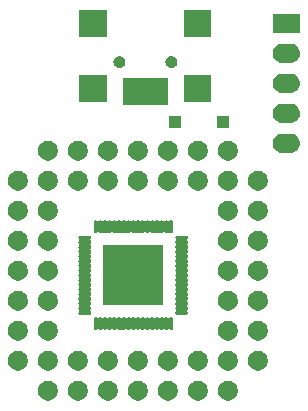
<source format=gts>
G04 #@! TF.GenerationSoftware,KiCad,Pcbnew,(6.0.0-rc1-dev-1386-g1c99784e9)*
G04 #@! TF.CreationDate,2018-12-20T11:02:25-05:00
G04 #@! TF.ProjectId,TLAUX_Adapter_PSOC5,544c4155-585f-4416-9461-707465725f50,rev?*
G04 #@! TF.SameCoordinates,Original*
G04 #@! TF.FileFunction,Soldermask,Top*
G04 #@! TF.FilePolarity,Negative*
%FSLAX46Y46*%
G04 Gerber Fmt 4.6, Leading zero omitted, Abs format (unit mm)*
G04 Created by KiCad (PCBNEW (6.0.0-rc1-dev-1386-g1c99784e9)) date 12/20/2018 11:02:25 AM*
%MOMM*%
%LPD*%
G04 APERTURE LIST*
%ADD10C,0.100000*%
G04 APERTURE END LIST*
D10*
G36*
X160210560Y-110943079D02*
G01*
X160264552Y-110953819D01*
X160417131Y-111017019D01*
X160554449Y-111108772D01*
X160671228Y-111225551D01*
X160762981Y-111362869D01*
X160826181Y-111515448D01*
X160858400Y-111677425D01*
X160858400Y-111842575D01*
X160826181Y-112004552D01*
X160762981Y-112157131D01*
X160671228Y-112294449D01*
X160554449Y-112411228D01*
X160417131Y-112502981D01*
X160264552Y-112566181D01*
X160210560Y-112576921D01*
X160102577Y-112598400D01*
X159937423Y-112598400D01*
X159829440Y-112576921D01*
X159775448Y-112566181D01*
X159622869Y-112502981D01*
X159485551Y-112411228D01*
X159368772Y-112294449D01*
X159277019Y-112157131D01*
X159213819Y-112004552D01*
X159181600Y-111842575D01*
X159181600Y-111677425D01*
X159213819Y-111515448D01*
X159277019Y-111362869D01*
X159368772Y-111225551D01*
X159485551Y-111108772D01*
X159622869Y-111017019D01*
X159775448Y-110953819D01*
X159829440Y-110943079D01*
X159937423Y-110921600D01*
X160102577Y-110921600D01*
X160210560Y-110943079D01*
X160210560Y-110943079D01*
G37*
G36*
X152590560Y-110943079D02*
G01*
X152644552Y-110953819D01*
X152797131Y-111017019D01*
X152934449Y-111108772D01*
X153051228Y-111225551D01*
X153142981Y-111362869D01*
X153206181Y-111515448D01*
X153238400Y-111677425D01*
X153238400Y-111842575D01*
X153206181Y-112004552D01*
X153142981Y-112157131D01*
X153051228Y-112294449D01*
X152934449Y-112411228D01*
X152797131Y-112502981D01*
X152644552Y-112566181D01*
X152590560Y-112576921D01*
X152482577Y-112598400D01*
X152317423Y-112598400D01*
X152209440Y-112576921D01*
X152155448Y-112566181D01*
X152002869Y-112502981D01*
X151865551Y-112411228D01*
X151748772Y-112294449D01*
X151657019Y-112157131D01*
X151593819Y-112004552D01*
X151561600Y-111842575D01*
X151561600Y-111677425D01*
X151593819Y-111515448D01*
X151657019Y-111362869D01*
X151748772Y-111225551D01*
X151865551Y-111108772D01*
X152002869Y-111017019D01*
X152155448Y-110953819D01*
X152209440Y-110943079D01*
X152317423Y-110921600D01*
X152482577Y-110921600D01*
X152590560Y-110943079D01*
X152590560Y-110943079D01*
G37*
G36*
X155130560Y-110943079D02*
G01*
X155184552Y-110953819D01*
X155337131Y-111017019D01*
X155474449Y-111108772D01*
X155591228Y-111225551D01*
X155682981Y-111362869D01*
X155746181Y-111515448D01*
X155778400Y-111677425D01*
X155778400Y-111842575D01*
X155746181Y-112004552D01*
X155682981Y-112157131D01*
X155591228Y-112294449D01*
X155474449Y-112411228D01*
X155337131Y-112502981D01*
X155184552Y-112566181D01*
X155130560Y-112576921D01*
X155022577Y-112598400D01*
X154857423Y-112598400D01*
X154749440Y-112576921D01*
X154695448Y-112566181D01*
X154542869Y-112502981D01*
X154405551Y-112411228D01*
X154288772Y-112294449D01*
X154197019Y-112157131D01*
X154133819Y-112004552D01*
X154101600Y-111842575D01*
X154101600Y-111677425D01*
X154133819Y-111515448D01*
X154197019Y-111362869D01*
X154288772Y-111225551D01*
X154405551Y-111108772D01*
X154542869Y-111017019D01*
X154695448Y-110953819D01*
X154749440Y-110943079D01*
X154857423Y-110921600D01*
X155022577Y-110921600D01*
X155130560Y-110943079D01*
X155130560Y-110943079D01*
G37*
G36*
X144970560Y-110943079D02*
G01*
X145024552Y-110953819D01*
X145177131Y-111017019D01*
X145314449Y-111108772D01*
X145431228Y-111225551D01*
X145522981Y-111362869D01*
X145586181Y-111515448D01*
X145618400Y-111677425D01*
X145618400Y-111842575D01*
X145586181Y-112004552D01*
X145522981Y-112157131D01*
X145431228Y-112294449D01*
X145314449Y-112411228D01*
X145177131Y-112502981D01*
X145024552Y-112566181D01*
X144970560Y-112576921D01*
X144862577Y-112598400D01*
X144697423Y-112598400D01*
X144589440Y-112576921D01*
X144535448Y-112566181D01*
X144382869Y-112502981D01*
X144245551Y-112411228D01*
X144128772Y-112294449D01*
X144037019Y-112157131D01*
X143973819Y-112004552D01*
X143941600Y-111842575D01*
X143941600Y-111677425D01*
X143973819Y-111515448D01*
X144037019Y-111362869D01*
X144128772Y-111225551D01*
X144245551Y-111108772D01*
X144382869Y-111017019D01*
X144535448Y-110953819D01*
X144589440Y-110943079D01*
X144697423Y-110921600D01*
X144862577Y-110921600D01*
X144970560Y-110943079D01*
X144970560Y-110943079D01*
G37*
G36*
X147510560Y-110943079D02*
G01*
X147564552Y-110953819D01*
X147717131Y-111017019D01*
X147854449Y-111108772D01*
X147971228Y-111225551D01*
X148062981Y-111362869D01*
X148126181Y-111515448D01*
X148158400Y-111677425D01*
X148158400Y-111842575D01*
X148126181Y-112004552D01*
X148062981Y-112157131D01*
X147971228Y-112294449D01*
X147854449Y-112411228D01*
X147717131Y-112502981D01*
X147564552Y-112566181D01*
X147510560Y-112576921D01*
X147402577Y-112598400D01*
X147237423Y-112598400D01*
X147129440Y-112576921D01*
X147075448Y-112566181D01*
X146922869Y-112502981D01*
X146785551Y-112411228D01*
X146668772Y-112294449D01*
X146577019Y-112157131D01*
X146513819Y-112004552D01*
X146481600Y-111842575D01*
X146481600Y-111677425D01*
X146513819Y-111515448D01*
X146577019Y-111362869D01*
X146668772Y-111225551D01*
X146785551Y-111108772D01*
X146922869Y-111017019D01*
X147075448Y-110953819D01*
X147129440Y-110943079D01*
X147237423Y-110921600D01*
X147402577Y-110921600D01*
X147510560Y-110943079D01*
X147510560Y-110943079D01*
G37*
G36*
X150050560Y-110943079D02*
G01*
X150104552Y-110953819D01*
X150257131Y-111017019D01*
X150394449Y-111108772D01*
X150511228Y-111225551D01*
X150602981Y-111362869D01*
X150666181Y-111515448D01*
X150698400Y-111677425D01*
X150698400Y-111842575D01*
X150666181Y-112004552D01*
X150602981Y-112157131D01*
X150511228Y-112294449D01*
X150394449Y-112411228D01*
X150257131Y-112502981D01*
X150104552Y-112566181D01*
X150050560Y-112576921D01*
X149942577Y-112598400D01*
X149777423Y-112598400D01*
X149669440Y-112576921D01*
X149615448Y-112566181D01*
X149462869Y-112502981D01*
X149325551Y-112411228D01*
X149208772Y-112294449D01*
X149117019Y-112157131D01*
X149053819Y-112004552D01*
X149021600Y-111842575D01*
X149021600Y-111677425D01*
X149053819Y-111515448D01*
X149117019Y-111362869D01*
X149208772Y-111225551D01*
X149325551Y-111108772D01*
X149462869Y-111017019D01*
X149615448Y-110953819D01*
X149669440Y-110943079D01*
X149777423Y-110921600D01*
X149942577Y-110921600D01*
X150050560Y-110943079D01*
X150050560Y-110943079D01*
G37*
G36*
X157670560Y-110943079D02*
G01*
X157724552Y-110953819D01*
X157877131Y-111017019D01*
X158014449Y-111108772D01*
X158131228Y-111225551D01*
X158222981Y-111362869D01*
X158286181Y-111515448D01*
X158318400Y-111677425D01*
X158318400Y-111842575D01*
X158286181Y-112004552D01*
X158222981Y-112157131D01*
X158131228Y-112294449D01*
X158014449Y-112411228D01*
X157877131Y-112502981D01*
X157724552Y-112566181D01*
X157670560Y-112576921D01*
X157562577Y-112598400D01*
X157397423Y-112598400D01*
X157289440Y-112576921D01*
X157235448Y-112566181D01*
X157082869Y-112502981D01*
X156945551Y-112411228D01*
X156828772Y-112294449D01*
X156737019Y-112157131D01*
X156673819Y-112004552D01*
X156641600Y-111842575D01*
X156641600Y-111677425D01*
X156673819Y-111515448D01*
X156737019Y-111362869D01*
X156828772Y-111225551D01*
X156945551Y-111108772D01*
X157082869Y-111017019D01*
X157235448Y-110953819D01*
X157289440Y-110943079D01*
X157397423Y-110921600D01*
X157562577Y-110921600D01*
X157670560Y-110943079D01*
X157670560Y-110943079D01*
G37*
G36*
X147510560Y-108403079D02*
G01*
X147564552Y-108413819D01*
X147717131Y-108477019D01*
X147854449Y-108568772D01*
X147971228Y-108685551D01*
X148062981Y-108822869D01*
X148126181Y-108975448D01*
X148158400Y-109137425D01*
X148158400Y-109302575D01*
X148126181Y-109464552D01*
X148062981Y-109617131D01*
X147971228Y-109754449D01*
X147854449Y-109871228D01*
X147717131Y-109962981D01*
X147564552Y-110026181D01*
X147510560Y-110036921D01*
X147402577Y-110058400D01*
X147237423Y-110058400D01*
X147129440Y-110036921D01*
X147075448Y-110026181D01*
X146922869Y-109962981D01*
X146785551Y-109871228D01*
X146668772Y-109754449D01*
X146577019Y-109617131D01*
X146513819Y-109464552D01*
X146481600Y-109302575D01*
X146481600Y-109137425D01*
X146513819Y-108975448D01*
X146577019Y-108822869D01*
X146668772Y-108685551D01*
X146785551Y-108568772D01*
X146922869Y-108477019D01*
X147075448Y-108413819D01*
X147129440Y-108403079D01*
X147237423Y-108381600D01*
X147402577Y-108381600D01*
X147510560Y-108403079D01*
X147510560Y-108403079D01*
G37*
G36*
X150050560Y-108403079D02*
G01*
X150104552Y-108413819D01*
X150257131Y-108477019D01*
X150394449Y-108568772D01*
X150511228Y-108685551D01*
X150602981Y-108822869D01*
X150666181Y-108975448D01*
X150698400Y-109137425D01*
X150698400Y-109302575D01*
X150666181Y-109464552D01*
X150602981Y-109617131D01*
X150511228Y-109754449D01*
X150394449Y-109871228D01*
X150257131Y-109962981D01*
X150104552Y-110026181D01*
X150050560Y-110036921D01*
X149942577Y-110058400D01*
X149777423Y-110058400D01*
X149669440Y-110036921D01*
X149615448Y-110026181D01*
X149462869Y-109962981D01*
X149325551Y-109871228D01*
X149208772Y-109754449D01*
X149117019Y-109617131D01*
X149053819Y-109464552D01*
X149021600Y-109302575D01*
X149021600Y-109137425D01*
X149053819Y-108975448D01*
X149117019Y-108822869D01*
X149208772Y-108685551D01*
X149325551Y-108568772D01*
X149462869Y-108477019D01*
X149615448Y-108413819D01*
X149669440Y-108403079D01*
X149777423Y-108381600D01*
X149942577Y-108381600D01*
X150050560Y-108403079D01*
X150050560Y-108403079D01*
G37*
G36*
X155130560Y-108403079D02*
G01*
X155184552Y-108413819D01*
X155337131Y-108477019D01*
X155474449Y-108568772D01*
X155591228Y-108685551D01*
X155682981Y-108822869D01*
X155746181Y-108975448D01*
X155778400Y-109137425D01*
X155778400Y-109302575D01*
X155746181Y-109464552D01*
X155682981Y-109617131D01*
X155591228Y-109754449D01*
X155474449Y-109871228D01*
X155337131Y-109962981D01*
X155184552Y-110026181D01*
X155130560Y-110036921D01*
X155022577Y-110058400D01*
X154857423Y-110058400D01*
X154749440Y-110036921D01*
X154695448Y-110026181D01*
X154542869Y-109962981D01*
X154405551Y-109871228D01*
X154288772Y-109754449D01*
X154197019Y-109617131D01*
X154133819Y-109464552D01*
X154101600Y-109302575D01*
X154101600Y-109137425D01*
X154133819Y-108975448D01*
X154197019Y-108822869D01*
X154288772Y-108685551D01*
X154405551Y-108568772D01*
X154542869Y-108477019D01*
X154695448Y-108413819D01*
X154749440Y-108403079D01*
X154857423Y-108381600D01*
X155022577Y-108381600D01*
X155130560Y-108403079D01*
X155130560Y-108403079D01*
G37*
G36*
X157670560Y-108403079D02*
G01*
X157724552Y-108413819D01*
X157877131Y-108477019D01*
X158014449Y-108568772D01*
X158131228Y-108685551D01*
X158222981Y-108822869D01*
X158286181Y-108975448D01*
X158318400Y-109137425D01*
X158318400Y-109302575D01*
X158286181Y-109464552D01*
X158222981Y-109617131D01*
X158131228Y-109754449D01*
X158014449Y-109871228D01*
X157877131Y-109962981D01*
X157724552Y-110026181D01*
X157670560Y-110036921D01*
X157562577Y-110058400D01*
X157397423Y-110058400D01*
X157289440Y-110036921D01*
X157235448Y-110026181D01*
X157082869Y-109962981D01*
X156945551Y-109871228D01*
X156828772Y-109754449D01*
X156737019Y-109617131D01*
X156673819Y-109464552D01*
X156641600Y-109302575D01*
X156641600Y-109137425D01*
X156673819Y-108975448D01*
X156737019Y-108822869D01*
X156828772Y-108685551D01*
X156945551Y-108568772D01*
X157082869Y-108477019D01*
X157235448Y-108413819D01*
X157289440Y-108403079D01*
X157397423Y-108381600D01*
X157562577Y-108381600D01*
X157670560Y-108403079D01*
X157670560Y-108403079D01*
G37*
G36*
X162750560Y-108403079D02*
G01*
X162804552Y-108413819D01*
X162957131Y-108477019D01*
X163094449Y-108568772D01*
X163211228Y-108685551D01*
X163302981Y-108822869D01*
X163366181Y-108975448D01*
X163398400Y-109137425D01*
X163398400Y-109302575D01*
X163366181Y-109464552D01*
X163302981Y-109617131D01*
X163211228Y-109754449D01*
X163094449Y-109871228D01*
X162957131Y-109962981D01*
X162804552Y-110026181D01*
X162750560Y-110036921D01*
X162642577Y-110058400D01*
X162477423Y-110058400D01*
X162369440Y-110036921D01*
X162315448Y-110026181D01*
X162162869Y-109962981D01*
X162025551Y-109871228D01*
X161908772Y-109754449D01*
X161817019Y-109617131D01*
X161753819Y-109464552D01*
X161721600Y-109302575D01*
X161721600Y-109137425D01*
X161753819Y-108975448D01*
X161817019Y-108822869D01*
X161908772Y-108685551D01*
X162025551Y-108568772D01*
X162162869Y-108477019D01*
X162315448Y-108413819D01*
X162369440Y-108403079D01*
X162477423Y-108381600D01*
X162642577Y-108381600D01*
X162750560Y-108403079D01*
X162750560Y-108403079D01*
G37*
G36*
X144970560Y-108403079D02*
G01*
X145024552Y-108413819D01*
X145177131Y-108477019D01*
X145314449Y-108568772D01*
X145431228Y-108685551D01*
X145522981Y-108822869D01*
X145586181Y-108975448D01*
X145618400Y-109137425D01*
X145618400Y-109302575D01*
X145586181Y-109464552D01*
X145522981Y-109617131D01*
X145431228Y-109754449D01*
X145314449Y-109871228D01*
X145177131Y-109962981D01*
X145024552Y-110026181D01*
X144970560Y-110036921D01*
X144862577Y-110058400D01*
X144697423Y-110058400D01*
X144589440Y-110036921D01*
X144535448Y-110026181D01*
X144382869Y-109962981D01*
X144245551Y-109871228D01*
X144128772Y-109754449D01*
X144037019Y-109617131D01*
X143973819Y-109464552D01*
X143941600Y-109302575D01*
X143941600Y-109137425D01*
X143973819Y-108975448D01*
X144037019Y-108822869D01*
X144128772Y-108685551D01*
X144245551Y-108568772D01*
X144382869Y-108477019D01*
X144535448Y-108413819D01*
X144589440Y-108403079D01*
X144697423Y-108381600D01*
X144862577Y-108381600D01*
X144970560Y-108403079D01*
X144970560Y-108403079D01*
G37*
G36*
X152590560Y-108403079D02*
G01*
X152644552Y-108413819D01*
X152797131Y-108477019D01*
X152934449Y-108568772D01*
X153051228Y-108685551D01*
X153142981Y-108822869D01*
X153206181Y-108975448D01*
X153238400Y-109137425D01*
X153238400Y-109302575D01*
X153206181Y-109464552D01*
X153142981Y-109617131D01*
X153051228Y-109754449D01*
X152934449Y-109871228D01*
X152797131Y-109962981D01*
X152644552Y-110026181D01*
X152590560Y-110036921D01*
X152482577Y-110058400D01*
X152317423Y-110058400D01*
X152209440Y-110036921D01*
X152155448Y-110026181D01*
X152002869Y-109962981D01*
X151865551Y-109871228D01*
X151748772Y-109754449D01*
X151657019Y-109617131D01*
X151593819Y-109464552D01*
X151561600Y-109302575D01*
X151561600Y-109137425D01*
X151593819Y-108975448D01*
X151657019Y-108822869D01*
X151748772Y-108685551D01*
X151865551Y-108568772D01*
X152002869Y-108477019D01*
X152155448Y-108413819D01*
X152209440Y-108403079D01*
X152317423Y-108381600D01*
X152482577Y-108381600D01*
X152590560Y-108403079D01*
X152590560Y-108403079D01*
G37*
G36*
X142430560Y-108403079D02*
G01*
X142484552Y-108413819D01*
X142637131Y-108477019D01*
X142774449Y-108568772D01*
X142891228Y-108685551D01*
X142982981Y-108822869D01*
X143046181Y-108975448D01*
X143078400Y-109137425D01*
X143078400Y-109302575D01*
X143046181Y-109464552D01*
X142982981Y-109617131D01*
X142891228Y-109754449D01*
X142774449Y-109871228D01*
X142637131Y-109962981D01*
X142484552Y-110026181D01*
X142430560Y-110036921D01*
X142322577Y-110058400D01*
X142157423Y-110058400D01*
X142049440Y-110036921D01*
X141995448Y-110026181D01*
X141842869Y-109962981D01*
X141705551Y-109871228D01*
X141588772Y-109754449D01*
X141497019Y-109617131D01*
X141433819Y-109464552D01*
X141401600Y-109302575D01*
X141401600Y-109137425D01*
X141433819Y-108975448D01*
X141497019Y-108822869D01*
X141588772Y-108685551D01*
X141705551Y-108568772D01*
X141842869Y-108477019D01*
X141995448Y-108413819D01*
X142049440Y-108403079D01*
X142157423Y-108381600D01*
X142322577Y-108381600D01*
X142430560Y-108403079D01*
X142430560Y-108403079D01*
G37*
G36*
X160210560Y-108403079D02*
G01*
X160264552Y-108413819D01*
X160417131Y-108477019D01*
X160554449Y-108568772D01*
X160671228Y-108685551D01*
X160762981Y-108822869D01*
X160826181Y-108975448D01*
X160858400Y-109137425D01*
X160858400Y-109302575D01*
X160826181Y-109464552D01*
X160762981Y-109617131D01*
X160671228Y-109754449D01*
X160554449Y-109871228D01*
X160417131Y-109962981D01*
X160264552Y-110026181D01*
X160210560Y-110036921D01*
X160102577Y-110058400D01*
X159937423Y-110058400D01*
X159829440Y-110036921D01*
X159775448Y-110026181D01*
X159622869Y-109962981D01*
X159485551Y-109871228D01*
X159368772Y-109754449D01*
X159277019Y-109617131D01*
X159213819Y-109464552D01*
X159181600Y-109302575D01*
X159181600Y-109137425D01*
X159213819Y-108975448D01*
X159277019Y-108822869D01*
X159368772Y-108685551D01*
X159485551Y-108568772D01*
X159622869Y-108477019D01*
X159775448Y-108413819D01*
X159829440Y-108403079D01*
X159937423Y-108381600D01*
X160102577Y-108381600D01*
X160210560Y-108403079D01*
X160210560Y-108403079D01*
G37*
G36*
X162750560Y-105863079D02*
G01*
X162804552Y-105873819D01*
X162957131Y-105937019D01*
X163094449Y-106028772D01*
X163211228Y-106145551D01*
X163302981Y-106282869D01*
X163366181Y-106435448D01*
X163366181Y-106435449D01*
X163395805Y-106584375D01*
X163398400Y-106597425D01*
X163398400Y-106762575D01*
X163366181Y-106924552D01*
X163302981Y-107077131D01*
X163211228Y-107214449D01*
X163094449Y-107331228D01*
X162957131Y-107422981D01*
X162804552Y-107486181D01*
X162750560Y-107496921D01*
X162642577Y-107518400D01*
X162477423Y-107518400D01*
X162369440Y-107496921D01*
X162315448Y-107486181D01*
X162162869Y-107422981D01*
X162025551Y-107331228D01*
X161908772Y-107214449D01*
X161817019Y-107077131D01*
X161753819Y-106924552D01*
X161721600Y-106762575D01*
X161721600Y-106597425D01*
X161724196Y-106584375D01*
X161753819Y-106435449D01*
X161753819Y-106435448D01*
X161817019Y-106282869D01*
X161908772Y-106145551D01*
X162025551Y-106028772D01*
X162162869Y-105937019D01*
X162315448Y-105873819D01*
X162369440Y-105863079D01*
X162477423Y-105841600D01*
X162642577Y-105841600D01*
X162750560Y-105863079D01*
X162750560Y-105863079D01*
G37*
G36*
X160210560Y-105863079D02*
G01*
X160264552Y-105873819D01*
X160417131Y-105937019D01*
X160554449Y-106028772D01*
X160671228Y-106145551D01*
X160762981Y-106282869D01*
X160826181Y-106435448D01*
X160826181Y-106435449D01*
X160855805Y-106584375D01*
X160858400Y-106597425D01*
X160858400Y-106762575D01*
X160826181Y-106924552D01*
X160762981Y-107077131D01*
X160671228Y-107214449D01*
X160554449Y-107331228D01*
X160417131Y-107422981D01*
X160264552Y-107486181D01*
X160210560Y-107496921D01*
X160102577Y-107518400D01*
X159937423Y-107518400D01*
X159829440Y-107496921D01*
X159775448Y-107486181D01*
X159622869Y-107422981D01*
X159485551Y-107331228D01*
X159368772Y-107214449D01*
X159277019Y-107077131D01*
X159213819Y-106924552D01*
X159181600Y-106762575D01*
X159181600Y-106597425D01*
X159184196Y-106584375D01*
X159213819Y-106435449D01*
X159213819Y-106435448D01*
X159277019Y-106282869D01*
X159368772Y-106145551D01*
X159485551Y-106028772D01*
X159622869Y-105937019D01*
X159775448Y-105873819D01*
X159829440Y-105863079D01*
X159937423Y-105841600D01*
X160102577Y-105841600D01*
X160210560Y-105863079D01*
X160210560Y-105863079D01*
G37*
G36*
X142430560Y-105863079D02*
G01*
X142484552Y-105873819D01*
X142637131Y-105937019D01*
X142774449Y-106028772D01*
X142891228Y-106145551D01*
X142982981Y-106282869D01*
X143046181Y-106435448D01*
X143046181Y-106435449D01*
X143075805Y-106584375D01*
X143078400Y-106597425D01*
X143078400Y-106762575D01*
X143046181Y-106924552D01*
X142982981Y-107077131D01*
X142891228Y-107214449D01*
X142774449Y-107331228D01*
X142637131Y-107422981D01*
X142484552Y-107486181D01*
X142430560Y-107496921D01*
X142322577Y-107518400D01*
X142157423Y-107518400D01*
X142049440Y-107496921D01*
X141995448Y-107486181D01*
X141842869Y-107422981D01*
X141705551Y-107331228D01*
X141588772Y-107214449D01*
X141497019Y-107077131D01*
X141433819Y-106924552D01*
X141401600Y-106762575D01*
X141401600Y-106597425D01*
X141404196Y-106584375D01*
X141433819Y-106435449D01*
X141433819Y-106435448D01*
X141497019Y-106282869D01*
X141588772Y-106145551D01*
X141705551Y-106028772D01*
X141842869Y-105937019D01*
X141995448Y-105873819D01*
X142049440Y-105863079D01*
X142157423Y-105841600D01*
X142322577Y-105841600D01*
X142430560Y-105863079D01*
X142430560Y-105863079D01*
G37*
G36*
X144970560Y-105863079D02*
G01*
X145024552Y-105873819D01*
X145177131Y-105937019D01*
X145314449Y-106028772D01*
X145431228Y-106145551D01*
X145522981Y-106282869D01*
X145586181Y-106435448D01*
X145586181Y-106435449D01*
X145615805Y-106584375D01*
X145618400Y-106597425D01*
X145618400Y-106762575D01*
X145586181Y-106924552D01*
X145522981Y-107077131D01*
X145431228Y-107214449D01*
X145314449Y-107331228D01*
X145177131Y-107422981D01*
X145024552Y-107486181D01*
X144970560Y-107496921D01*
X144862577Y-107518400D01*
X144697423Y-107518400D01*
X144589440Y-107496921D01*
X144535448Y-107486181D01*
X144382869Y-107422981D01*
X144245551Y-107331228D01*
X144128772Y-107214449D01*
X144037019Y-107077131D01*
X143973819Y-106924552D01*
X143941600Y-106762575D01*
X143941600Y-106597425D01*
X143944196Y-106584375D01*
X143973819Y-106435449D01*
X143973819Y-106435448D01*
X144037019Y-106282869D01*
X144128772Y-106145551D01*
X144245551Y-106028772D01*
X144382869Y-105937019D01*
X144535448Y-105873819D01*
X144589440Y-105863079D01*
X144697423Y-105841600D01*
X144862577Y-105841600D01*
X144970560Y-105863079D01*
X144970560Y-105863079D01*
G37*
G36*
X148828867Y-105530242D02*
G01*
X148848601Y-105532185D01*
X148869659Y-105538573D01*
X148877069Y-105540821D01*
X148903294Y-105554838D01*
X148931060Y-105577627D01*
X148939705Y-105586271D01*
X148960080Y-105599884D01*
X148982719Y-105609261D01*
X149006753Y-105614040D01*
X149031257Y-105614040D01*
X149055290Y-105609258D01*
X149077929Y-105599880D01*
X149098303Y-105586266D01*
X149106943Y-105577625D01*
X149134707Y-105554838D01*
X149160932Y-105540821D01*
X149168342Y-105538573D01*
X149189400Y-105532185D01*
X149219000Y-105529270D01*
X149219001Y-105529270D01*
X149228867Y-105530242D01*
X149248601Y-105532185D01*
X149269659Y-105538573D01*
X149277069Y-105540821D01*
X149303294Y-105554838D01*
X149331060Y-105577627D01*
X149339705Y-105586271D01*
X149360080Y-105599884D01*
X149382719Y-105609261D01*
X149406753Y-105614040D01*
X149431257Y-105614040D01*
X149455290Y-105609258D01*
X149477929Y-105599880D01*
X149498303Y-105586266D01*
X149506943Y-105577625D01*
X149534707Y-105554838D01*
X149560932Y-105540821D01*
X149568342Y-105538573D01*
X149589400Y-105532185D01*
X149619000Y-105529270D01*
X149619001Y-105529270D01*
X149628867Y-105530242D01*
X149648601Y-105532185D01*
X149669659Y-105538573D01*
X149677069Y-105540821D01*
X149703294Y-105554838D01*
X149731060Y-105577627D01*
X149739705Y-105586271D01*
X149760080Y-105599884D01*
X149782719Y-105609261D01*
X149806753Y-105614040D01*
X149831257Y-105614040D01*
X149855290Y-105609258D01*
X149877929Y-105599880D01*
X149898303Y-105586266D01*
X149906943Y-105577625D01*
X149934707Y-105554838D01*
X149960932Y-105540821D01*
X149968342Y-105538573D01*
X149989400Y-105532185D01*
X150019000Y-105529270D01*
X150019001Y-105529270D01*
X150028867Y-105530242D01*
X150048601Y-105532185D01*
X150069659Y-105538573D01*
X150077069Y-105540821D01*
X150103294Y-105554838D01*
X150131060Y-105577627D01*
X150139705Y-105586271D01*
X150160080Y-105599884D01*
X150182719Y-105609261D01*
X150206753Y-105614040D01*
X150231257Y-105614040D01*
X150255290Y-105609258D01*
X150277929Y-105599880D01*
X150298303Y-105586266D01*
X150306943Y-105577625D01*
X150334707Y-105554838D01*
X150360932Y-105540821D01*
X150368342Y-105538573D01*
X150389400Y-105532185D01*
X150419000Y-105529270D01*
X150419001Y-105529270D01*
X150428867Y-105530242D01*
X150448601Y-105532185D01*
X150469659Y-105538573D01*
X150477069Y-105540821D01*
X150503294Y-105554838D01*
X150531060Y-105577627D01*
X150539705Y-105586271D01*
X150560080Y-105599884D01*
X150582719Y-105609261D01*
X150606753Y-105614040D01*
X150631257Y-105614040D01*
X150655290Y-105609258D01*
X150677929Y-105599880D01*
X150698303Y-105586266D01*
X150706943Y-105577625D01*
X150734707Y-105554838D01*
X150760932Y-105540821D01*
X150768342Y-105538573D01*
X150789400Y-105532185D01*
X150819000Y-105529270D01*
X150819001Y-105529270D01*
X150828867Y-105530242D01*
X150848601Y-105532185D01*
X150869659Y-105538573D01*
X150877069Y-105540821D01*
X150903294Y-105554838D01*
X150931060Y-105577627D01*
X150939705Y-105586271D01*
X150960080Y-105599884D01*
X150982719Y-105609261D01*
X151006753Y-105614040D01*
X151031257Y-105614040D01*
X151055290Y-105609258D01*
X151077929Y-105599880D01*
X151098303Y-105586266D01*
X151106943Y-105577625D01*
X151134707Y-105554838D01*
X151160932Y-105540821D01*
X151168342Y-105538573D01*
X151189400Y-105532185D01*
X151219000Y-105529270D01*
X151219001Y-105529270D01*
X151228867Y-105530242D01*
X151248601Y-105532185D01*
X151269659Y-105538573D01*
X151277069Y-105540821D01*
X151303294Y-105554838D01*
X151331060Y-105577627D01*
X151339705Y-105586271D01*
X151360080Y-105599884D01*
X151382719Y-105609261D01*
X151406753Y-105614040D01*
X151431257Y-105614040D01*
X151455290Y-105609258D01*
X151477929Y-105599880D01*
X151498303Y-105586266D01*
X151506943Y-105577625D01*
X151534707Y-105554838D01*
X151560932Y-105540821D01*
X151568342Y-105538573D01*
X151589400Y-105532185D01*
X151619000Y-105529270D01*
X151619001Y-105529270D01*
X151628867Y-105530242D01*
X151648601Y-105532185D01*
X151669659Y-105538573D01*
X151677069Y-105540821D01*
X151703294Y-105554838D01*
X151731060Y-105577627D01*
X151739705Y-105586271D01*
X151760080Y-105599884D01*
X151782719Y-105609261D01*
X151806753Y-105614040D01*
X151831257Y-105614040D01*
X151855290Y-105609258D01*
X151877929Y-105599880D01*
X151898303Y-105586266D01*
X151906943Y-105577625D01*
X151934707Y-105554838D01*
X151960932Y-105540821D01*
X151968342Y-105538573D01*
X151989400Y-105532185D01*
X152019000Y-105529270D01*
X152019001Y-105529270D01*
X152028867Y-105530242D01*
X152048601Y-105532185D01*
X152069659Y-105538573D01*
X152077069Y-105540821D01*
X152103294Y-105554838D01*
X152131060Y-105577627D01*
X152139705Y-105586271D01*
X152160080Y-105599884D01*
X152182719Y-105609261D01*
X152206753Y-105614040D01*
X152231257Y-105614040D01*
X152255290Y-105609258D01*
X152277929Y-105599880D01*
X152298303Y-105586266D01*
X152306943Y-105577625D01*
X152334707Y-105554838D01*
X152360932Y-105540821D01*
X152368342Y-105538573D01*
X152389400Y-105532185D01*
X152419000Y-105529270D01*
X152419001Y-105529270D01*
X152428867Y-105530242D01*
X152448601Y-105532185D01*
X152469659Y-105538573D01*
X152477069Y-105540821D01*
X152503294Y-105554838D01*
X152531060Y-105577627D01*
X152539705Y-105586271D01*
X152560080Y-105599884D01*
X152582719Y-105609261D01*
X152606753Y-105614040D01*
X152631257Y-105614040D01*
X152655290Y-105609258D01*
X152677929Y-105599880D01*
X152698303Y-105586266D01*
X152706943Y-105577625D01*
X152734707Y-105554838D01*
X152760932Y-105540821D01*
X152768342Y-105538573D01*
X152789400Y-105532185D01*
X152819000Y-105529270D01*
X152819001Y-105529270D01*
X152828867Y-105530242D01*
X152848601Y-105532185D01*
X152869659Y-105538573D01*
X152877069Y-105540821D01*
X152903294Y-105554838D01*
X152931060Y-105577627D01*
X152939705Y-105586271D01*
X152960080Y-105599884D01*
X152982719Y-105609261D01*
X153006753Y-105614040D01*
X153031257Y-105614040D01*
X153055290Y-105609258D01*
X153077929Y-105599880D01*
X153098303Y-105586266D01*
X153106943Y-105577625D01*
X153134707Y-105554838D01*
X153160932Y-105540821D01*
X153168342Y-105538573D01*
X153189400Y-105532185D01*
X153219000Y-105529270D01*
X153219001Y-105529270D01*
X153228867Y-105530242D01*
X153248601Y-105532185D01*
X153269659Y-105538573D01*
X153277069Y-105540821D01*
X153303294Y-105554838D01*
X153331060Y-105577627D01*
X153339705Y-105586271D01*
X153360080Y-105599884D01*
X153382719Y-105609261D01*
X153406753Y-105614040D01*
X153431257Y-105614040D01*
X153455290Y-105609258D01*
X153477929Y-105599880D01*
X153498303Y-105586266D01*
X153506943Y-105577625D01*
X153534707Y-105554838D01*
X153560932Y-105540821D01*
X153568342Y-105538573D01*
X153589400Y-105532185D01*
X153619000Y-105529270D01*
X153619001Y-105529270D01*
X153628867Y-105530242D01*
X153648601Y-105532185D01*
X153669659Y-105538573D01*
X153677069Y-105540821D01*
X153703294Y-105554838D01*
X153731060Y-105577627D01*
X153739705Y-105586271D01*
X153760080Y-105599884D01*
X153782719Y-105609261D01*
X153806753Y-105614040D01*
X153831257Y-105614040D01*
X153855290Y-105609258D01*
X153877929Y-105599880D01*
X153898303Y-105586266D01*
X153906943Y-105577625D01*
X153934707Y-105554838D01*
X153960932Y-105540821D01*
X153968342Y-105538573D01*
X153989400Y-105532185D01*
X154019000Y-105529270D01*
X154019001Y-105529270D01*
X154028867Y-105530242D01*
X154048601Y-105532185D01*
X154069659Y-105538573D01*
X154077069Y-105540821D01*
X154103294Y-105554838D01*
X154131060Y-105577627D01*
X154139705Y-105586271D01*
X154160080Y-105599884D01*
X154182719Y-105609261D01*
X154206753Y-105614040D01*
X154231257Y-105614040D01*
X154255290Y-105609258D01*
X154277929Y-105599880D01*
X154298303Y-105586266D01*
X154306943Y-105577625D01*
X154334707Y-105554838D01*
X154360932Y-105540821D01*
X154368342Y-105538573D01*
X154389400Y-105532185D01*
X154419000Y-105529270D01*
X154419001Y-105529270D01*
X154428867Y-105530242D01*
X154448601Y-105532185D01*
X154469659Y-105538573D01*
X154477069Y-105540821D01*
X154503294Y-105554838D01*
X154531060Y-105577627D01*
X154539705Y-105586271D01*
X154560080Y-105599884D01*
X154582719Y-105609261D01*
X154606753Y-105614040D01*
X154631257Y-105614040D01*
X154655290Y-105609258D01*
X154677929Y-105599880D01*
X154698303Y-105586266D01*
X154706943Y-105577625D01*
X154734707Y-105554838D01*
X154760932Y-105540821D01*
X154768342Y-105538573D01*
X154789400Y-105532185D01*
X154819000Y-105529270D01*
X154819001Y-105529270D01*
X154828867Y-105530242D01*
X154848601Y-105532185D01*
X154869659Y-105538573D01*
X154877069Y-105540821D01*
X154903294Y-105554838D01*
X154931060Y-105577627D01*
X154939705Y-105586271D01*
X154960080Y-105599884D01*
X154982719Y-105609261D01*
X155006753Y-105614040D01*
X155031257Y-105614040D01*
X155055290Y-105609258D01*
X155077929Y-105599880D01*
X155098303Y-105586266D01*
X155106943Y-105577625D01*
X155134707Y-105554838D01*
X155160932Y-105540821D01*
X155168342Y-105538573D01*
X155189400Y-105532185D01*
X155219000Y-105529270D01*
X155219001Y-105529270D01*
X155228867Y-105530242D01*
X155248601Y-105532185D01*
X155269659Y-105538573D01*
X155277069Y-105540821D01*
X155303294Y-105554838D01*
X155326289Y-105573711D01*
X155345162Y-105596706D01*
X155359179Y-105622931D01*
X155359180Y-105622935D01*
X155367815Y-105651399D01*
X155370000Y-105673587D01*
X155370000Y-106488413D01*
X155367815Y-106510601D01*
X155361427Y-106531659D01*
X155359179Y-106539069D01*
X155345162Y-106565294D01*
X155326289Y-106588289D01*
X155303296Y-106607160D01*
X155277066Y-106621179D01*
X155277064Y-106621180D01*
X155248600Y-106629815D01*
X155219000Y-106632730D01*
X155218999Y-106632730D01*
X155209133Y-106631758D01*
X155189399Y-106629815D01*
X155168341Y-106623427D01*
X155160931Y-106621179D01*
X155134706Y-106607162D01*
X155106940Y-106584373D01*
X155098298Y-106575732D01*
X155077924Y-106562118D01*
X155055285Y-106552741D01*
X155031251Y-106547961D01*
X155006747Y-106547961D01*
X154982714Y-106552742D01*
X154960075Y-106562119D01*
X154939700Y-106575733D01*
X154931058Y-106584375D01*
X154903296Y-106607160D01*
X154877066Y-106621179D01*
X154877064Y-106621180D01*
X154848600Y-106629815D01*
X154819000Y-106632730D01*
X154818999Y-106632730D01*
X154809133Y-106631758D01*
X154789399Y-106629815D01*
X154768341Y-106623427D01*
X154760931Y-106621179D01*
X154734706Y-106607162D01*
X154706940Y-106584373D01*
X154698298Y-106575732D01*
X154677924Y-106562118D01*
X154655285Y-106552741D01*
X154631251Y-106547961D01*
X154606747Y-106547961D01*
X154582714Y-106552742D01*
X154560075Y-106562119D01*
X154539700Y-106575733D01*
X154531058Y-106584375D01*
X154503296Y-106607160D01*
X154477066Y-106621179D01*
X154477064Y-106621180D01*
X154448600Y-106629815D01*
X154419000Y-106632730D01*
X154418999Y-106632730D01*
X154409133Y-106631758D01*
X154389399Y-106629815D01*
X154368341Y-106623427D01*
X154360931Y-106621179D01*
X154334706Y-106607162D01*
X154306940Y-106584373D01*
X154298298Y-106575732D01*
X154277924Y-106562118D01*
X154255285Y-106552741D01*
X154231251Y-106547961D01*
X154206747Y-106547961D01*
X154182714Y-106552742D01*
X154160075Y-106562119D01*
X154139700Y-106575733D01*
X154131058Y-106584375D01*
X154103296Y-106607160D01*
X154077066Y-106621179D01*
X154077064Y-106621180D01*
X154048600Y-106629815D01*
X154019000Y-106632730D01*
X154018999Y-106632730D01*
X154009133Y-106631758D01*
X153989399Y-106629815D01*
X153968341Y-106623427D01*
X153960931Y-106621179D01*
X153934706Y-106607162D01*
X153906940Y-106584373D01*
X153898298Y-106575732D01*
X153877924Y-106562118D01*
X153855285Y-106552741D01*
X153831251Y-106547961D01*
X153806747Y-106547961D01*
X153782714Y-106552742D01*
X153760075Y-106562119D01*
X153739700Y-106575733D01*
X153731058Y-106584375D01*
X153703296Y-106607160D01*
X153677066Y-106621179D01*
X153677064Y-106621180D01*
X153648600Y-106629815D01*
X153619000Y-106632730D01*
X153618999Y-106632730D01*
X153609133Y-106631758D01*
X153589399Y-106629815D01*
X153568341Y-106623427D01*
X153560931Y-106621179D01*
X153534706Y-106607162D01*
X153506940Y-106584373D01*
X153498298Y-106575732D01*
X153477924Y-106562118D01*
X153455285Y-106552741D01*
X153431251Y-106547961D01*
X153406747Y-106547961D01*
X153382714Y-106552742D01*
X153360075Y-106562119D01*
X153339700Y-106575733D01*
X153331058Y-106584375D01*
X153303296Y-106607160D01*
X153277066Y-106621179D01*
X153277064Y-106621180D01*
X153248600Y-106629815D01*
X153219000Y-106632730D01*
X153218999Y-106632730D01*
X153209133Y-106631758D01*
X153189399Y-106629815D01*
X153168341Y-106623427D01*
X153160931Y-106621179D01*
X153134706Y-106607162D01*
X153106940Y-106584373D01*
X153098298Y-106575732D01*
X153077924Y-106562118D01*
X153055285Y-106552741D01*
X153031251Y-106547961D01*
X153006747Y-106547961D01*
X152982714Y-106552742D01*
X152960075Y-106562119D01*
X152939700Y-106575733D01*
X152931058Y-106584375D01*
X152903296Y-106607160D01*
X152877066Y-106621179D01*
X152877064Y-106621180D01*
X152848600Y-106629815D01*
X152819000Y-106632730D01*
X152818999Y-106632730D01*
X152809133Y-106631758D01*
X152789399Y-106629815D01*
X152768341Y-106623427D01*
X152760931Y-106621179D01*
X152734706Y-106607162D01*
X152706940Y-106584373D01*
X152698298Y-106575732D01*
X152677924Y-106562118D01*
X152655285Y-106552741D01*
X152631251Y-106547961D01*
X152606747Y-106547961D01*
X152582714Y-106552742D01*
X152560075Y-106562119D01*
X152539700Y-106575733D01*
X152531058Y-106584375D01*
X152503296Y-106607160D01*
X152477066Y-106621179D01*
X152477064Y-106621180D01*
X152448600Y-106629815D01*
X152419000Y-106632730D01*
X152418999Y-106632730D01*
X152409133Y-106631758D01*
X152389399Y-106629815D01*
X152368341Y-106623427D01*
X152360931Y-106621179D01*
X152334706Y-106607162D01*
X152306940Y-106584373D01*
X152298298Y-106575732D01*
X152277924Y-106562118D01*
X152255285Y-106552741D01*
X152231251Y-106547961D01*
X152206747Y-106547961D01*
X152182714Y-106552742D01*
X152160075Y-106562119D01*
X152139700Y-106575733D01*
X152131058Y-106584375D01*
X152103296Y-106607160D01*
X152077066Y-106621179D01*
X152077064Y-106621180D01*
X152048600Y-106629815D01*
X152019000Y-106632730D01*
X152018999Y-106632730D01*
X152009133Y-106631758D01*
X151989399Y-106629815D01*
X151968341Y-106623427D01*
X151960931Y-106621179D01*
X151934706Y-106607162D01*
X151906940Y-106584373D01*
X151898298Y-106575732D01*
X151877924Y-106562118D01*
X151855285Y-106552741D01*
X151831251Y-106547961D01*
X151806747Y-106547961D01*
X151782714Y-106552742D01*
X151760075Y-106562119D01*
X151739700Y-106575733D01*
X151731058Y-106584375D01*
X151703296Y-106607160D01*
X151677066Y-106621179D01*
X151677064Y-106621180D01*
X151648600Y-106629815D01*
X151619000Y-106632730D01*
X151618999Y-106632730D01*
X151609133Y-106631758D01*
X151589399Y-106629815D01*
X151568341Y-106623427D01*
X151560931Y-106621179D01*
X151534706Y-106607162D01*
X151506940Y-106584373D01*
X151498298Y-106575732D01*
X151477924Y-106562118D01*
X151455285Y-106552741D01*
X151431251Y-106547961D01*
X151406747Y-106547961D01*
X151382714Y-106552742D01*
X151360075Y-106562119D01*
X151339700Y-106575733D01*
X151331058Y-106584375D01*
X151303296Y-106607160D01*
X151277066Y-106621179D01*
X151277064Y-106621180D01*
X151248600Y-106629815D01*
X151219000Y-106632730D01*
X151218999Y-106632730D01*
X151209133Y-106631758D01*
X151189399Y-106629815D01*
X151168341Y-106623427D01*
X151160931Y-106621179D01*
X151134706Y-106607162D01*
X151106940Y-106584373D01*
X151098298Y-106575732D01*
X151077924Y-106562118D01*
X151055285Y-106552741D01*
X151031251Y-106547961D01*
X151006747Y-106547961D01*
X150982714Y-106552742D01*
X150960075Y-106562119D01*
X150939700Y-106575733D01*
X150931058Y-106584375D01*
X150903296Y-106607160D01*
X150877066Y-106621179D01*
X150877064Y-106621180D01*
X150848600Y-106629815D01*
X150819000Y-106632730D01*
X150818999Y-106632730D01*
X150809133Y-106631758D01*
X150789399Y-106629815D01*
X150768341Y-106623427D01*
X150760931Y-106621179D01*
X150734706Y-106607162D01*
X150706940Y-106584373D01*
X150698298Y-106575732D01*
X150677924Y-106562118D01*
X150655285Y-106552741D01*
X150631251Y-106547961D01*
X150606747Y-106547961D01*
X150582714Y-106552742D01*
X150560075Y-106562119D01*
X150539700Y-106575733D01*
X150531058Y-106584375D01*
X150503296Y-106607160D01*
X150477066Y-106621179D01*
X150477064Y-106621180D01*
X150448600Y-106629815D01*
X150419000Y-106632730D01*
X150418999Y-106632730D01*
X150409133Y-106631758D01*
X150389399Y-106629815D01*
X150368341Y-106623427D01*
X150360931Y-106621179D01*
X150334706Y-106607162D01*
X150306940Y-106584373D01*
X150298298Y-106575732D01*
X150277924Y-106562118D01*
X150255285Y-106552741D01*
X150231251Y-106547961D01*
X150206747Y-106547961D01*
X150182714Y-106552742D01*
X150160075Y-106562119D01*
X150139700Y-106575733D01*
X150131058Y-106584375D01*
X150103296Y-106607160D01*
X150077066Y-106621179D01*
X150077064Y-106621180D01*
X150048600Y-106629815D01*
X150019000Y-106632730D01*
X150018999Y-106632730D01*
X150009133Y-106631758D01*
X149989399Y-106629815D01*
X149968341Y-106623427D01*
X149960931Y-106621179D01*
X149934706Y-106607162D01*
X149906940Y-106584373D01*
X149898298Y-106575732D01*
X149877924Y-106562118D01*
X149855285Y-106552741D01*
X149831251Y-106547961D01*
X149806747Y-106547961D01*
X149782714Y-106552742D01*
X149760075Y-106562119D01*
X149739700Y-106575733D01*
X149731058Y-106584375D01*
X149703296Y-106607160D01*
X149677066Y-106621179D01*
X149677064Y-106621180D01*
X149648600Y-106629815D01*
X149619000Y-106632730D01*
X149618999Y-106632730D01*
X149609133Y-106631758D01*
X149589399Y-106629815D01*
X149568341Y-106623427D01*
X149560931Y-106621179D01*
X149534706Y-106607162D01*
X149506940Y-106584373D01*
X149498298Y-106575732D01*
X149477924Y-106562118D01*
X149455285Y-106552741D01*
X149431251Y-106547961D01*
X149406747Y-106547961D01*
X149382714Y-106552742D01*
X149360075Y-106562119D01*
X149339700Y-106575733D01*
X149331058Y-106584375D01*
X149303296Y-106607160D01*
X149277066Y-106621179D01*
X149277064Y-106621180D01*
X149248600Y-106629815D01*
X149219000Y-106632730D01*
X149218999Y-106632730D01*
X149209133Y-106631758D01*
X149189399Y-106629815D01*
X149168341Y-106623427D01*
X149160931Y-106621179D01*
X149134706Y-106607162D01*
X149106940Y-106584373D01*
X149098298Y-106575732D01*
X149077924Y-106562118D01*
X149055285Y-106552741D01*
X149031251Y-106547961D01*
X149006747Y-106547961D01*
X148982714Y-106552742D01*
X148960075Y-106562119D01*
X148939700Y-106575733D01*
X148931058Y-106584375D01*
X148903296Y-106607160D01*
X148877066Y-106621179D01*
X148877064Y-106621180D01*
X148848600Y-106629815D01*
X148819000Y-106632730D01*
X148818999Y-106632730D01*
X148809133Y-106631758D01*
X148789399Y-106629815D01*
X148768341Y-106623427D01*
X148760931Y-106621179D01*
X148734706Y-106607162D01*
X148711711Y-106588289D01*
X148692840Y-106565296D01*
X148678821Y-106539066D01*
X148678820Y-106539064D01*
X148670185Y-106510600D01*
X148668000Y-106488412D01*
X148668001Y-105673587D01*
X148670186Y-105651399D01*
X148678821Y-105622935D01*
X148678822Y-105622931D01*
X148692839Y-105596706D01*
X148711712Y-105573711D01*
X148734707Y-105554838D01*
X148760932Y-105540821D01*
X148768342Y-105538573D01*
X148789400Y-105532185D01*
X148819000Y-105529270D01*
X148819001Y-105529270D01*
X148828867Y-105530242D01*
X148828867Y-105530242D01*
G37*
G36*
X148333809Y-98630728D02*
G01*
X148348601Y-98632185D01*
X148369659Y-98638573D01*
X148377069Y-98640821D01*
X148403294Y-98654838D01*
X148426289Y-98673711D01*
X148445162Y-98696706D01*
X148459179Y-98722931D01*
X148459180Y-98722935D01*
X148467815Y-98751399D01*
X148470730Y-98781000D01*
X148467815Y-98810601D01*
X148466344Y-98815449D01*
X148459179Y-98839069D01*
X148445162Y-98865294D01*
X148422373Y-98893060D01*
X148413732Y-98901702D01*
X148400118Y-98922076D01*
X148390741Y-98944715D01*
X148385961Y-98968749D01*
X148385961Y-98993253D01*
X148390742Y-99017286D01*
X148400119Y-99039925D01*
X148413733Y-99060300D01*
X148422375Y-99068942D01*
X148445162Y-99096706D01*
X148459179Y-99122931D01*
X148459180Y-99122935D01*
X148467815Y-99151399D01*
X148470730Y-99181000D01*
X148467815Y-99210601D01*
X148461427Y-99231659D01*
X148459179Y-99239069D01*
X148445162Y-99265294D01*
X148422373Y-99293060D01*
X148413732Y-99301702D01*
X148400118Y-99322076D01*
X148390741Y-99344715D01*
X148385961Y-99368749D01*
X148385961Y-99393253D01*
X148390742Y-99417286D01*
X148400119Y-99439925D01*
X148413733Y-99460300D01*
X148422375Y-99468942D01*
X148445162Y-99496706D01*
X148459179Y-99522931D01*
X148459180Y-99522935D01*
X148467815Y-99551399D01*
X148470730Y-99581000D01*
X148467815Y-99610601D01*
X148461427Y-99631659D01*
X148459179Y-99639069D01*
X148445162Y-99665294D01*
X148422373Y-99693060D01*
X148413732Y-99701702D01*
X148400118Y-99722076D01*
X148390741Y-99744715D01*
X148385961Y-99768749D01*
X148385961Y-99793253D01*
X148390742Y-99817286D01*
X148400119Y-99839925D01*
X148413733Y-99860300D01*
X148422375Y-99868942D01*
X148445162Y-99896706D01*
X148459179Y-99922931D01*
X148459180Y-99922935D01*
X148467815Y-99951399D01*
X148470730Y-99981000D01*
X148467815Y-100010601D01*
X148461427Y-100031659D01*
X148459179Y-100039069D01*
X148445162Y-100065294D01*
X148422373Y-100093060D01*
X148413732Y-100101702D01*
X148400118Y-100122076D01*
X148390741Y-100144715D01*
X148385961Y-100168749D01*
X148385961Y-100193253D01*
X148390742Y-100217286D01*
X148400119Y-100239925D01*
X148413733Y-100260300D01*
X148422375Y-100268942D01*
X148445162Y-100296706D01*
X148459179Y-100322931D01*
X148459180Y-100322935D01*
X148467815Y-100351399D01*
X148470730Y-100381000D01*
X148467815Y-100410601D01*
X148461427Y-100431659D01*
X148459179Y-100439069D01*
X148445162Y-100465294D01*
X148422373Y-100493060D01*
X148413732Y-100501702D01*
X148400118Y-100522076D01*
X148390741Y-100544715D01*
X148385961Y-100568749D01*
X148385961Y-100593253D01*
X148390742Y-100617286D01*
X148400119Y-100639925D01*
X148413733Y-100660300D01*
X148422375Y-100668942D01*
X148445162Y-100696706D01*
X148459179Y-100722931D01*
X148459180Y-100722935D01*
X148467815Y-100751399D01*
X148470730Y-100781000D01*
X148467815Y-100810601D01*
X148461427Y-100831659D01*
X148459179Y-100839069D01*
X148445162Y-100865294D01*
X148422373Y-100893060D01*
X148413732Y-100901702D01*
X148400118Y-100922076D01*
X148390741Y-100944715D01*
X148385961Y-100968749D01*
X148385961Y-100993253D01*
X148390742Y-101017286D01*
X148400119Y-101039925D01*
X148413733Y-101060300D01*
X148422375Y-101068942D01*
X148445162Y-101096706D01*
X148459179Y-101122931D01*
X148459180Y-101122935D01*
X148467815Y-101151399D01*
X148470730Y-101181000D01*
X148467815Y-101210601D01*
X148461427Y-101231659D01*
X148459179Y-101239069D01*
X148445162Y-101265294D01*
X148422373Y-101293060D01*
X148413732Y-101301702D01*
X148400118Y-101322076D01*
X148390741Y-101344715D01*
X148385961Y-101368749D01*
X148385961Y-101393253D01*
X148390742Y-101417286D01*
X148400119Y-101439925D01*
X148413733Y-101460300D01*
X148422375Y-101468942D01*
X148445162Y-101496706D01*
X148459179Y-101522931D01*
X148459180Y-101522935D01*
X148467815Y-101551399D01*
X148470730Y-101581000D01*
X148467815Y-101610601D01*
X148461427Y-101631659D01*
X148459179Y-101639069D01*
X148445162Y-101665294D01*
X148422373Y-101693060D01*
X148413732Y-101701702D01*
X148400118Y-101722076D01*
X148390741Y-101744715D01*
X148385961Y-101768749D01*
X148385961Y-101793253D01*
X148390742Y-101817286D01*
X148400119Y-101839925D01*
X148413733Y-101860300D01*
X148422375Y-101868942D01*
X148445162Y-101896706D01*
X148459179Y-101922931D01*
X148459180Y-101922935D01*
X148467815Y-101951399D01*
X148470730Y-101981000D01*
X148467815Y-102010601D01*
X148461427Y-102031659D01*
X148459179Y-102039069D01*
X148445162Y-102065294D01*
X148422373Y-102093060D01*
X148413732Y-102101702D01*
X148400118Y-102122076D01*
X148390741Y-102144715D01*
X148385961Y-102168749D01*
X148385961Y-102193253D01*
X148390742Y-102217286D01*
X148400119Y-102239925D01*
X148413733Y-102260300D01*
X148422375Y-102268942D01*
X148445162Y-102296706D01*
X148459179Y-102322931D01*
X148459180Y-102322935D01*
X148467815Y-102351399D01*
X148470730Y-102381000D01*
X148467815Y-102410601D01*
X148461427Y-102431659D01*
X148459179Y-102439069D01*
X148445162Y-102465294D01*
X148422373Y-102493060D01*
X148413732Y-102501702D01*
X148400118Y-102522076D01*
X148390741Y-102544715D01*
X148385961Y-102568749D01*
X148385961Y-102593253D01*
X148390742Y-102617286D01*
X148400119Y-102639925D01*
X148413733Y-102660300D01*
X148422375Y-102668942D01*
X148445162Y-102696706D01*
X148459179Y-102722931D01*
X148459180Y-102722935D01*
X148467815Y-102751399D01*
X148470730Y-102781000D01*
X148467815Y-102810601D01*
X148461427Y-102831659D01*
X148459179Y-102839069D01*
X148445162Y-102865294D01*
X148422373Y-102893060D01*
X148413732Y-102901702D01*
X148400118Y-102922076D01*
X148390741Y-102944715D01*
X148385961Y-102968749D01*
X148385961Y-102993253D01*
X148390742Y-103017286D01*
X148400119Y-103039925D01*
X148413733Y-103060300D01*
X148422375Y-103068942D01*
X148445162Y-103096706D01*
X148459179Y-103122931D01*
X148459180Y-103122935D01*
X148467815Y-103151399D01*
X148470730Y-103181000D01*
X148467815Y-103210601D01*
X148461427Y-103231659D01*
X148459179Y-103239069D01*
X148445162Y-103265294D01*
X148422373Y-103293060D01*
X148413732Y-103301702D01*
X148400118Y-103322076D01*
X148390741Y-103344715D01*
X148385961Y-103368749D01*
X148385961Y-103393253D01*
X148390742Y-103417286D01*
X148400119Y-103439925D01*
X148413733Y-103460300D01*
X148422375Y-103468942D01*
X148445162Y-103496706D01*
X148459179Y-103522931D01*
X148459180Y-103522935D01*
X148467815Y-103551399D01*
X148470730Y-103581000D01*
X148467815Y-103610601D01*
X148461427Y-103631659D01*
X148459179Y-103639069D01*
X148445162Y-103665294D01*
X148422373Y-103693060D01*
X148413732Y-103701702D01*
X148400118Y-103722076D01*
X148390741Y-103744715D01*
X148385961Y-103768749D01*
X148385961Y-103793253D01*
X148390742Y-103817286D01*
X148400119Y-103839925D01*
X148413733Y-103860300D01*
X148422375Y-103868942D01*
X148445162Y-103896706D01*
X148459179Y-103922931D01*
X148459180Y-103922935D01*
X148467815Y-103951399D01*
X148470730Y-103981000D01*
X148467815Y-104010601D01*
X148461427Y-104031659D01*
X148459179Y-104039069D01*
X148445162Y-104065294D01*
X148422373Y-104093060D01*
X148413732Y-104101702D01*
X148400118Y-104122076D01*
X148390741Y-104144715D01*
X148385961Y-104168749D01*
X148385961Y-104193253D01*
X148390742Y-104217286D01*
X148400119Y-104239925D01*
X148413733Y-104260300D01*
X148422375Y-104268942D01*
X148445162Y-104296706D01*
X148459179Y-104322931D01*
X148459180Y-104322935D01*
X148467815Y-104351399D01*
X148470730Y-104381000D01*
X148467815Y-104410601D01*
X148461427Y-104431659D01*
X148459179Y-104439069D01*
X148445162Y-104465294D01*
X148422373Y-104493060D01*
X148413732Y-104501702D01*
X148400118Y-104522076D01*
X148390741Y-104544715D01*
X148385961Y-104568749D01*
X148385961Y-104593253D01*
X148390742Y-104617286D01*
X148400119Y-104639925D01*
X148413733Y-104660300D01*
X148422375Y-104668942D01*
X148445162Y-104696706D01*
X148459179Y-104722931D01*
X148459180Y-104722935D01*
X148467815Y-104751399D01*
X148470730Y-104781000D01*
X148467815Y-104810601D01*
X148461427Y-104831659D01*
X148459179Y-104839069D01*
X148445162Y-104865294D01*
X148422373Y-104893060D01*
X148413732Y-104901702D01*
X148400118Y-104922076D01*
X148390741Y-104944715D01*
X148385961Y-104968749D01*
X148385961Y-104993253D01*
X148390742Y-105017286D01*
X148400119Y-105039925D01*
X148413733Y-105060300D01*
X148422375Y-105068942D01*
X148445162Y-105096706D01*
X148459179Y-105122931D01*
X148459180Y-105122935D01*
X148467815Y-105151399D01*
X148470730Y-105181000D01*
X148467815Y-105210601D01*
X148461427Y-105231659D01*
X148459179Y-105239069D01*
X148445162Y-105265294D01*
X148426289Y-105288289D01*
X148403294Y-105307162D01*
X148377069Y-105321179D01*
X148369659Y-105323427D01*
X148348601Y-105329815D01*
X148333809Y-105331272D01*
X148326414Y-105332000D01*
X147511586Y-105332000D01*
X147504191Y-105331272D01*
X147489399Y-105329815D01*
X147468341Y-105323427D01*
X147460931Y-105321179D01*
X147434706Y-105307162D01*
X147411711Y-105288289D01*
X147392838Y-105265294D01*
X147378821Y-105239069D01*
X147376573Y-105231659D01*
X147370185Y-105210601D01*
X147367270Y-105181000D01*
X147370185Y-105151399D01*
X147378820Y-105122935D01*
X147378821Y-105122931D01*
X147392838Y-105096706D01*
X147415627Y-105068940D01*
X147424268Y-105060298D01*
X147437882Y-105039924D01*
X147447259Y-105017285D01*
X147452039Y-104993251D01*
X147452039Y-104968747D01*
X147447258Y-104944714D01*
X147437881Y-104922075D01*
X147424267Y-104901700D01*
X147415625Y-104893058D01*
X147392838Y-104865294D01*
X147378821Y-104839069D01*
X147376573Y-104831659D01*
X147370185Y-104810601D01*
X147367270Y-104781000D01*
X147370185Y-104751399D01*
X147378820Y-104722935D01*
X147378821Y-104722931D01*
X147392838Y-104696706D01*
X147415627Y-104668940D01*
X147424268Y-104660298D01*
X147437882Y-104639924D01*
X147447259Y-104617285D01*
X147452039Y-104593251D01*
X147452039Y-104568747D01*
X147447258Y-104544714D01*
X147437881Y-104522075D01*
X147424267Y-104501700D01*
X147415625Y-104493058D01*
X147392838Y-104465294D01*
X147378821Y-104439069D01*
X147376573Y-104431659D01*
X147370185Y-104410601D01*
X147367270Y-104381000D01*
X147370185Y-104351399D01*
X147378820Y-104322935D01*
X147378821Y-104322931D01*
X147392838Y-104296706D01*
X147415627Y-104268940D01*
X147424268Y-104260298D01*
X147437882Y-104239924D01*
X147447259Y-104217285D01*
X147452039Y-104193251D01*
X147452039Y-104168747D01*
X147447258Y-104144714D01*
X147437881Y-104122075D01*
X147424267Y-104101700D01*
X147415625Y-104093058D01*
X147392838Y-104065294D01*
X147378821Y-104039069D01*
X147376573Y-104031659D01*
X147370185Y-104010601D01*
X147367270Y-103981000D01*
X147370185Y-103951399D01*
X147378820Y-103922935D01*
X147378821Y-103922931D01*
X147392838Y-103896706D01*
X147415627Y-103868940D01*
X147424268Y-103860298D01*
X147437882Y-103839924D01*
X147447259Y-103817285D01*
X147452039Y-103793251D01*
X147452039Y-103768747D01*
X147447258Y-103744714D01*
X147437881Y-103722075D01*
X147424267Y-103701700D01*
X147415625Y-103693058D01*
X147392838Y-103665294D01*
X147378821Y-103639069D01*
X147376573Y-103631659D01*
X147370185Y-103610601D01*
X147367270Y-103581000D01*
X147370185Y-103551399D01*
X147378820Y-103522935D01*
X147378821Y-103522931D01*
X147392838Y-103496706D01*
X147415627Y-103468940D01*
X147424268Y-103460298D01*
X147437882Y-103439924D01*
X147447259Y-103417285D01*
X147452039Y-103393251D01*
X147452039Y-103368747D01*
X147447258Y-103344714D01*
X147437881Y-103322075D01*
X147424267Y-103301700D01*
X147415625Y-103293058D01*
X147392838Y-103265294D01*
X147378821Y-103239069D01*
X147376573Y-103231659D01*
X147370185Y-103210601D01*
X147367270Y-103181000D01*
X147370185Y-103151399D01*
X147378820Y-103122935D01*
X147378821Y-103122931D01*
X147392838Y-103096706D01*
X147415627Y-103068940D01*
X147424268Y-103060298D01*
X147437882Y-103039924D01*
X147447259Y-103017285D01*
X147452039Y-102993251D01*
X147452039Y-102968747D01*
X147447258Y-102944714D01*
X147437881Y-102922075D01*
X147424267Y-102901700D01*
X147415625Y-102893058D01*
X147392838Y-102865294D01*
X147378821Y-102839069D01*
X147376573Y-102831659D01*
X147370185Y-102810601D01*
X147367270Y-102781000D01*
X147370185Y-102751399D01*
X147378820Y-102722935D01*
X147378821Y-102722931D01*
X147392838Y-102696706D01*
X147415627Y-102668940D01*
X147424268Y-102660298D01*
X147437882Y-102639924D01*
X147447259Y-102617285D01*
X147452039Y-102593251D01*
X147452039Y-102568747D01*
X147447258Y-102544714D01*
X147437881Y-102522075D01*
X147424267Y-102501700D01*
X147415625Y-102493058D01*
X147392838Y-102465294D01*
X147378821Y-102439069D01*
X147376573Y-102431659D01*
X147370185Y-102410601D01*
X147367270Y-102381000D01*
X147370185Y-102351399D01*
X147378820Y-102322935D01*
X147378821Y-102322931D01*
X147392838Y-102296706D01*
X147415627Y-102268940D01*
X147424268Y-102260298D01*
X147437882Y-102239924D01*
X147447259Y-102217285D01*
X147452039Y-102193251D01*
X147452039Y-102168747D01*
X147447258Y-102144714D01*
X147437881Y-102122075D01*
X147424267Y-102101700D01*
X147415625Y-102093058D01*
X147392838Y-102065294D01*
X147378821Y-102039069D01*
X147376573Y-102031659D01*
X147370185Y-102010601D01*
X147367270Y-101981000D01*
X147370185Y-101951399D01*
X147378820Y-101922935D01*
X147378821Y-101922931D01*
X147392838Y-101896706D01*
X147415627Y-101868940D01*
X147424268Y-101860298D01*
X147437882Y-101839924D01*
X147447259Y-101817285D01*
X147452039Y-101793251D01*
X147452039Y-101768747D01*
X147447258Y-101744714D01*
X147437881Y-101722075D01*
X147424267Y-101701700D01*
X147415625Y-101693058D01*
X147392838Y-101665294D01*
X147378821Y-101639069D01*
X147376573Y-101631659D01*
X147370185Y-101610601D01*
X147367270Y-101581000D01*
X147370185Y-101551399D01*
X147378820Y-101522935D01*
X147378821Y-101522931D01*
X147392838Y-101496706D01*
X147415627Y-101468940D01*
X147424268Y-101460298D01*
X147437882Y-101439924D01*
X147447259Y-101417285D01*
X147452039Y-101393251D01*
X147452039Y-101368747D01*
X147447258Y-101344714D01*
X147437881Y-101322075D01*
X147424267Y-101301700D01*
X147415625Y-101293058D01*
X147392838Y-101265294D01*
X147378821Y-101239069D01*
X147376573Y-101231659D01*
X147370185Y-101210601D01*
X147367270Y-101181000D01*
X147370185Y-101151399D01*
X147378820Y-101122935D01*
X147378821Y-101122931D01*
X147392838Y-101096706D01*
X147415627Y-101068940D01*
X147424268Y-101060298D01*
X147437882Y-101039924D01*
X147447259Y-101017285D01*
X147452039Y-100993251D01*
X147452039Y-100968747D01*
X147447258Y-100944714D01*
X147437881Y-100922075D01*
X147424267Y-100901700D01*
X147415625Y-100893058D01*
X147392838Y-100865294D01*
X147378821Y-100839069D01*
X147376573Y-100831659D01*
X147370185Y-100810601D01*
X147367270Y-100781000D01*
X147370185Y-100751399D01*
X147378820Y-100722935D01*
X147378821Y-100722931D01*
X147392838Y-100696706D01*
X147415627Y-100668940D01*
X147424268Y-100660298D01*
X147437882Y-100639924D01*
X147447259Y-100617285D01*
X147452039Y-100593251D01*
X147452039Y-100568747D01*
X147447258Y-100544714D01*
X147437881Y-100522075D01*
X147424267Y-100501700D01*
X147415625Y-100493058D01*
X147392838Y-100465294D01*
X147378821Y-100439069D01*
X147376573Y-100431659D01*
X147370185Y-100410601D01*
X147367270Y-100381000D01*
X147370185Y-100351399D01*
X147378820Y-100322935D01*
X147378821Y-100322931D01*
X147392838Y-100296706D01*
X147415627Y-100268940D01*
X147424268Y-100260298D01*
X147437882Y-100239924D01*
X147447259Y-100217285D01*
X147452039Y-100193251D01*
X147452039Y-100168747D01*
X147447258Y-100144714D01*
X147437881Y-100122075D01*
X147424267Y-100101700D01*
X147415625Y-100093058D01*
X147392838Y-100065294D01*
X147378821Y-100039069D01*
X147376573Y-100031659D01*
X147370185Y-100010601D01*
X147367270Y-99981000D01*
X147370185Y-99951399D01*
X147378820Y-99922935D01*
X147378821Y-99922931D01*
X147392838Y-99896706D01*
X147415627Y-99868940D01*
X147424268Y-99860298D01*
X147437882Y-99839924D01*
X147447259Y-99817285D01*
X147452039Y-99793251D01*
X147452039Y-99768747D01*
X147447258Y-99744714D01*
X147437881Y-99722075D01*
X147424267Y-99701700D01*
X147415625Y-99693058D01*
X147392838Y-99665294D01*
X147378821Y-99639069D01*
X147376573Y-99631659D01*
X147370185Y-99610601D01*
X147367270Y-99581000D01*
X147370185Y-99551399D01*
X147378820Y-99522935D01*
X147378821Y-99522931D01*
X147392838Y-99496706D01*
X147415627Y-99468940D01*
X147424268Y-99460298D01*
X147437882Y-99439924D01*
X147447259Y-99417285D01*
X147452039Y-99393251D01*
X147452039Y-99368747D01*
X147447258Y-99344714D01*
X147437881Y-99322075D01*
X147424267Y-99301700D01*
X147415625Y-99293058D01*
X147392838Y-99265294D01*
X147378821Y-99239069D01*
X147376573Y-99231659D01*
X147370185Y-99210601D01*
X147367270Y-99181000D01*
X147370185Y-99151399D01*
X147378820Y-99122935D01*
X147378821Y-99122931D01*
X147392838Y-99096706D01*
X147415627Y-99068940D01*
X147424268Y-99060298D01*
X147437882Y-99039924D01*
X147447259Y-99017285D01*
X147452039Y-98993251D01*
X147452039Y-98968747D01*
X147447258Y-98944714D01*
X147437881Y-98922075D01*
X147424267Y-98901700D01*
X147415625Y-98893058D01*
X147392838Y-98865294D01*
X147378821Y-98839069D01*
X147371656Y-98815449D01*
X147370185Y-98810601D01*
X147367270Y-98781000D01*
X147370185Y-98751399D01*
X147378820Y-98722935D01*
X147378821Y-98722931D01*
X147392838Y-98696706D01*
X147411711Y-98673711D01*
X147434706Y-98654838D01*
X147460931Y-98640821D01*
X147468341Y-98638573D01*
X147489399Y-98632185D01*
X147504191Y-98630728D01*
X147511586Y-98630000D01*
X148326414Y-98630000D01*
X148333809Y-98630728D01*
X148333809Y-98630728D01*
G37*
G36*
X156533809Y-98630728D02*
G01*
X156548601Y-98632185D01*
X156569659Y-98638573D01*
X156577069Y-98640821D01*
X156603294Y-98654838D01*
X156626289Y-98673711D01*
X156645162Y-98696706D01*
X156659179Y-98722931D01*
X156659180Y-98722935D01*
X156667815Y-98751399D01*
X156670730Y-98781000D01*
X156667815Y-98810601D01*
X156666344Y-98815449D01*
X156659179Y-98839069D01*
X156645162Y-98865294D01*
X156622373Y-98893060D01*
X156613732Y-98901702D01*
X156600118Y-98922076D01*
X156590741Y-98944715D01*
X156585961Y-98968749D01*
X156585961Y-98993253D01*
X156590742Y-99017286D01*
X156600119Y-99039925D01*
X156613733Y-99060300D01*
X156622375Y-99068942D01*
X156645162Y-99096706D01*
X156659179Y-99122931D01*
X156659180Y-99122935D01*
X156667815Y-99151399D01*
X156670730Y-99181000D01*
X156667815Y-99210601D01*
X156661427Y-99231659D01*
X156659179Y-99239069D01*
X156645162Y-99265294D01*
X156622373Y-99293060D01*
X156613732Y-99301702D01*
X156600118Y-99322076D01*
X156590741Y-99344715D01*
X156585961Y-99368749D01*
X156585961Y-99393253D01*
X156590742Y-99417286D01*
X156600119Y-99439925D01*
X156613733Y-99460300D01*
X156622375Y-99468942D01*
X156645162Y-99496706D01*
X156659179Y-99522931D01*
X156659180Y-99522935D01*
X156667815Y-99551399D01*
X156670730Y-99581000D01*
X156667815Y-99610601D01*
X156661427Y-99631659D01*
X156659179Y-99639069D01*
X156645162Y-99665294D01*
X156622373Y-99693060D01*
X156613732Y-99701702D01*
X156600118Y-99722076D01*
X156590741Y-99744715D01*
X156585961Y-99768749D01*
X156585961Y-99793253D01*
X156590742Y-99817286D01*
X156600119Y-99839925D01*
X156613733Y-99860300D01*
X156622375Y-99868942D01*
X156645162Y-99896706D01*
X156659179Y-99922931D01*
X156659180Y-99922935D01*
X156667815Y-99951399D01*
X156670730Y-99981000D01*
X156667815Y-100010601D01*
X156661427Y-100031659D01*
X156659179Y-100039069D01*
X156645162Y-100065294D01*
X156622373Y-100093060D01*
X156613732Y-100101702D01*
X156600118Y-100122076D01*
X156590741Y-100144715D01*
X156585961Y-100168749D01*
X156585961Y-100193253D01*
X156590742Y-100217286D01*
X156600119Y-100239925D01*
X156613733Y-100260300D01*
X156622375Y-100268942D01*
X156645162Y-100296706D01*
X156659179Y-100322931D01*
X156659180Y-100322935D01*
X156667815Y-100351399D01*
X156670730Y-100381000D01*
X156667815Y-100410601D01*
X156661427Y-100431659D01*
X156659179Y-100439069D01*
X156645162Y-100465294D01*
X156622373Y-100493060D01*
X156613732Y-100501702D01*
X156600118Y-100522076D01*
X156590741Y-100544715D01*
X156585961Y-100568749D01*
X156585961Y-100593253D01*
X156590742Y-100617286D01*
X156600119Y-100639925D01*
X156613733Y-100660300D01*
X156622375Y-100668942D01*
X156645162Y-100696706D01*
X156659179Y-100722931D01*
X156659180Y-100722935D01*
X156667815Y-100751399D01*
X156670730Y-100781000D01*
X156667815Y-100810601D01*
X156661427Y-100831659D01*
X156659179Y-100839069D01*
X156645162Y-100865294D01*
X156622373Y-100893060D01*
X156613732Y-100901702D01*
X156600118Y-100922076D01*
X156590741Y-100944715D01*
X156585961Y-100968749D01*
X156585961Y-100993253D01*
X156590742Y-101017286D01*
X156600119Y-101039925D01*
X156613733Y-101060300D01*
X156622375Y-101068942D01*
X156645162Y-101096706D01*
X156659179Y-101122931D01*
X156659180Y-101122935D01*
X156667815Y-101151399D01*
X156670730Y-101181000D01*
X156667815Y-101210601D01*
X156661427Y-101231659D01*
X156659179Y-101239069D01*
X156645162Y-101265294D01*
X156622373Y-101293060D01*
X156613732Y-101301702D01*
X156600118Y-101322076D01*
X156590741Y-101344715D01*
X156585961Y-101368749D01*
X156585961Y-101393253D01*
X156590742Y-101417286D01*
X156600119Y-101439925D01*
X156613733Y-101460300D01*
X156622375Y-101468942D01*
X156645162Y-101496706D01*
X156659179Y-101522931D01*
X156659180Y-101522935D01*
X156667815Y-101551399D01*
X156670730Y-101581000D01*
X156667815Y-101610601D01*
X156661427Y-101631659D01*
X156659179Y-101639069D01*
X156645162Y-101665294D01*
X156622373Y-101693060D01*
X156613732Y-101701702D01*
X156600118Y-101722076D01*
X156590741Y-101744715D01*
X156585961Y-101768749D01*
X156585961Y-101793253D01*
X156590742Y-101817286D01*
X156600119Y-101839925D01*
X156613733Y-101860300D01*
X156622375Y-101868942D01*
X156645162Y-101896706D01*
X156659179Y-101922931D01*
X156659180Y-101922935D01*
X156667815Y-101951399D01*
X156670730Y-101981000D01*
X156667815Y-102010601D01*
X156661427Y-102031659D01*
X156659179Y-102039069D01*
X156645162Y-102065294D01*
X156622373Y-102093060D01*
X156613732Y-102101702D01*
X156600118Y-102122076D01*
X156590741Y-102144715D01*
X156585961Y-102168749D01*
X156585961Y-102193253D01*
X156590742Y-102217286D01*
X156600119Y-102239925D01*
X156613733Y-102260300D01*
X156622375Y-102268942D01*
X156645162Y-102296706D01*
X156659179Y-102322931D01*
X156659180Y-102322935D01*
X156667815Y-102351399D01*
X156670730Y-102381000D01*
X156667815Y-102410601D01*
X156661427Y-102431659D01*
X156659179Y-102439069D01*
X156645162Y-102465294D01*
X156622373Y-102493060D01*
X156613732Y-102501702D01*
X156600118Y-102522076D01*
X156590741Y-102544715D01*
X156585961Y-102568749D01*
X156585961Y-102593253D01*
X156590742Y-102617286D01*
X156600119Y-102639925D01*
X156613733Y-102660300D01*
X156622375Y-102668942D01*
X156645162Y-102696706D01*
X156659179Y-102722931D01*
X156659180Y-102722935D01*
X156667815Y-102751399D01*
X156670730Y-102781000D01*
X156667815Y-102810601D01*
X156661427Y-102831659D01*
X156659179Y-102839069D01*
X156645162Y-102865294D01*
X156622373Y-102893060D01*
X156613732Y-102901702D01*
X156600118Y-102922076D01*
X156590741Y-102944715D01*
X156585961Y-102968749D01*
X156585961Y-102993253D01*
X156590742Y-103017286D01*
X156600119Y-103039925D01*
X156613733Y-103060300D01*
X156622375Y-103068942D01*
X156645162Y-103096706D01*
X156659179Y-103122931D01*
X156659180Y-103122935D01*
X156667815Y-103151399D01*
X156670730Y-103181000D01*
X156667815Y-103210601D01*
X156661427Y-103231659D01*
X156659179Y-103239069D01*
X156645162Y-103265294D01*
X156622373Y-103293060D01*
X156613732Y-103301702D01*
X156600118Y-103322076D01*
X156590741Y-103344715D01*
X156585961Y-103368749D01*
X156585961Y-103393253D01*
X156590742Y-103417286D01*
X156600119Y-103439925D01*
X156613733Y-103460300D01*
X156622375Y-103468942D01*
X156645162Y-103496706D01*
X156659179Y-103522931D01*
X156659180Y-103522935D01*
X156667815Y-103551399D01*
X156670730Y-103581000D01*
X156667815Y-103610601D01*
X156661427Y-103631659D01*
X156659179Y-103639069D01*
X156645162Y-103665294D01*
X156622373Y-103693060D01*
X156613732Y-103701702D01*
X156600118Y-103722076D01*
X156590741Y-103744715D01*
X156585961Y-103768749D01*
X156585961Y-103793253D01*
X156590742Y-103817286D01*
X156600119Y-103839925D01*
X156613733Y-103860300D01*
X156622375Y-103868942D01*
X156645162Y-103896706D01*
X156659179Y-103922931D01*
X156659180Y-103922935D01*
X156667815Y-103951399D01*
X156670730Y-103981000D01*
X156667815Y-104010601D01*
X156661427Y-104031659D01*
X156659179Y-104039069D01*
X156645162Y-104065294D01*
X156622373Y-104093060D01*
X156613732Y-104101702D01*
X156600118Y-104122076D01*
X156590741Y-104144715D01*
X156585961Y-104168749D01*
X156585961Y-104193253D01*
X156590742Y-104217286D01*
X156600119Y-104239925D01*
X156613733Y-104260300D01*
X156622375Y-104268942D01*
X156645162Y-104296706D01*
X156659179Y-104322931D01*
X156659180Y-104322935D01*
X156667815Y-104351399D01*
X156670730Y-104381000D01*
X156667815Y-104410601D01*
X156661427Y-104431659D01*
X156659179Y-104439069D01*
X156645162Y-104465294D01*
X156622373Y-104493060D01*
X156613732Y-104501702D01*
X156600118Y-104522076D01*
X156590741Y-104544715D01*
X156585961Y-104568749D01*
X156585961Y-104593253D01*
X156590742Y-104617286D01*
X156600119Y-104639925D01*
X156613733Y-104660300D01*
X156622375Y-104668942D01*
X156645162Y-104696706D01*
X156659179Y-104722931D01*
X156659180Y-104722935D01*
X156667815Y-104751399D01*
X156670730Y-104781000D01*
X156667815Y-104810601D01*
X156661427Y-104831659D01*
X156659179Y-104839069D01*
X156645162Y-104865294D01*
X156622373Y-104893060D01*
X156613732Y-104901702D01*
X156600118Y-104922076D01*
X156590741Y-104944715D01*
X156585961Y-104968749D01*
X156585961Y-104993253D01*
X156590742Y-105017286D01*
X156600119Y-105039925D01*
X156613733Y-105060300D01*
X156622375Y-105068942D01*
X156645162Y-105096706D01*
X156659179Y-105122931D01*
X156659180Y-105122935D01*
X156667815Y-105151399D01*
X156670730Y-105181000D01*
X156667815Y-105210601D01*
X156661427Y-105231659D01*
X156659179Y-105239069D01*
X156645162Y-105265294D01*
X156626289Y-105288289D01*
X156603294Y-105307162D01*
X156577069Y-105321179D01*
X156569659Y-105323427D01*
X156548601Y-105329815D01*
X156533809Y-105331272D01*
X156526414Y-105332000D01*
X155711586Y-105332000D01*
X155704191Y-105331272D01*
X155689399Y-105329815D01*
X155668341Y-105323427D01*
X155660931Y-105321179D01*
X155634706Y-105307162D01*
X155611711Y-105288289D01*
X155592838Y-105265294D01*
X155578821Y-105239069D01*
X155576573Y-105231659D01*
X155570185Y-105210601D01*
X155567270Y-105181000D01*
X155570185Y-105151399D01*
X155578820Y-105122935D01*
X155578821Y-105122931D01*
X155592838Y-105096706D01*
X155615627Y-105068940D01*
X155624268Y-105060298D01*
X155637882Y-105039924D01*
X155647259Y-105017285D01*
X155652039Y-104993251D01*
X155652039Y-104968747D01*
X155647258Y-104944714D01*
X155637881Y-104922075D01*
X155624267Y-104901700D01*
X155615625Y-104893058D01*
X155592838Y-104865294D01*
X155578821Y-104839069D01*
X155576573Y-104831659D01*
X155570185Y-104810601D01*
X155567270Y-104781000D01*
X155570185Y-104751399D01*
X155578820Y-104722935D01*
X155578821Y-104722931D01*
X155592838Y-104696706D01*
X155615627Y-104668940D01*
X155624268Y-104660298D01*
X155637882Y-104639924D01*
X155647259Y-104617285D01*
X155652039Y-104593251D01*
X155652039Y-104568747D01*
X155647258Y-104544714D01*
X155637881Y-104522075D01*
X155624267Y-104501700D01*
X155615625Y-104493058D01*
X155592838Y-104465294D01*
X155578821Y-104439069D01*
X155576573Y-104431659D01*
X155570185Y-104410601D01*
X155567270Y-104381000D01*
X155570185Y-104351399D01*
X155578820Y-104322935D01*
X155578821Y-104322931D01*
X155592838Y-104296706D01*
X155615627Y-104268940D01*
X155624268Y-104260298D01*
X155637882Y-104239924D01*
X155647259Y-104217285D01*
X155652039Y-104193251D01*
X155652039Y-104168747D01*
X155647258Y-104144714D01*
X155637881Y-104122075D01*
X155624267Y-104101700D01*
X155615625Y-104093058D01*
X155592838Y-104065294D01*
X155578821Y-104039069D01*
X155576573Y-104031659D01*
X155570185Y-104010601D01*
X155567270Y-103981000D01*
X155570185Y-103951399D01*
X155578820Y-103922935D01*
X155578821Y-103922931D01*
X155592838Y-103896706D01*
X155615627Y-103868940D01*
X155624268Y-103860298D01*
X155637882Y-103839924D01*
X155647259Y-103817285D01*
X155652039Y-103793251D01*
X155652039Y-103768747D01*
X155647258Y-103744714D01*
X155637881Y-103722075D01*
X155624267Y-103701700D01*
X155615625Y-103693058D01*
X155592838Y-103665294D01*
X155578821Y-103639069D01*
X155576573Y-103631659D01*
X155570185Y-103610601D01*
X155567270Y-103581000D01*
X155570185Y-103551399D01*
X155578820Y-103522935D01*
X155578821Y-103522931D01*
X155592838Y-103496706D01*
X155615627Y-103468940D01*
X155624268Y-103460298D01*
X155637882Y-103439924D01*
X155647259Y-103417285D01*
X155652039Y-103393251D01*
X155652039Y-103368747D01*
X155647258Y-103344714D01*
X155637881Y-103322075D01*
X155624267Y-103301700D01*
X155615625Y-103293058D01*
X155592838Y-103265294D01*
X155578821Y-103239069D01*
X155576573Y-103231659D01*
X155570185Y-103210601D01*
X155567270Y-103181000D01*
X155570185Y-103151399D01*
X155578820Y-103122935D01*
X155578821Y-103122931D01*
X155592838Y-103096706D01*
X155615627Y-103068940D01*
X155624268Y-103060298D01*
X155637882Y-103039924D01*
X155647259Y-103017285D01*
X155652039Y-102993251D01*
X155652039Y-102968747D01*
X155647258Y-102944714D01*
X155637881Y-102922075D01*
X155624267Y-102901700D01*
X155615625Y-102893058D01*
X155592838Y-102865294D01*
X155578821Y-102839069D01*
X155576573Y-102831659D01*
X155570185Y-102810601D01*
X155567270Y-102781000D01*
X155570185Y-102751399D01*
X155578820Y-102722935D01*
X155578821Y-102722931D01*
X155592838Y-102696706D01*
X155615627Y-102668940D01*
X155624268Y-102660298D01*
X155637882Y-102639924D01*
X155647259Y-102617285D01*
X155652039Y-102593251D01*
X155652039Y-102568747D01*
X155647258Y-102544714D01*
X155637881Y-102522075D01*
X155624267Y-102501700D01*
X155615625Y-102493058D01*
X155592838Y-102465294D01*
X155578821Y-102439069D01*
X155576573Y-102431659D01*
X155570185Y-102410601D01*
X155567270Y-102381000D01*
X155570185Y-102351399D01*
X155578820Y-102322935D01*
X155578821Y-102322931D01*
X155592838Y-102296706D01*
X155615627Y-102268940D01*
X155624268Y-102260298D01*
X155637882Y-102239924D01*
X155647259Y-102217285D01*
X155652039Y-102193251D01*
X155652039Y-102168747D01*
X155647258Y-102144714D01*
X155637881Y-102122075D01*
X155624267Y-102101700D01*
X155615625Y-102093058D01*
X155592838Y-102065294D01*
X155578821Y-102039069D01*
X155576573Y-102031659D01*
X155570185Y-102010601D01*
X155567270Y-101981000D01*
X155570185Y-101951399D01*
X155578820Y-101922935D01*
X155578821Y-101922931D01*
X155592838Y-101896706D01*
X155615627Y-101868940D01*
X155624268Y-101860298D01*
X155637882Y-101839924D01*
X155647259Y-101817285D01*
X155652039Y-101793251D01*
X155652039Y-101768747D01*
X155647258Y-101744714D01*
X155637881Y-101722075D01*
X155624267Y-101701700D01*
X155615625Y-101693058D01*
X155592838Y-101665294D01*
X155578821Y-101639069D01*
X155576573Y-101631659D01*
X155570185Y-101610601D01*
X155567270Y-101581000D01*
X155570185Y-101551399D01*
X155578820Y-101522935D01*
X155578821Y-101522931D01*
X155592838Y-101496706D01*
X155615627Y-101468940D01*
X155624268Y-101460298D01*
X155637882Y-101439924D01*
X155647259Y-101417285D01*
X155652039Y-101393251D01*
X155652039Y-101368747D01*
X155647258Y-101344714D01*
X155637881Y-101322075D01*
X155624267Y-101301700D01*
X155615625Y-101293058D01*
X155592838Y-101265294D01*
X155578821Y-101239069D01*
X155576573Y-101231659D01*
X155570185Y-101210601D01*
X155567270Y-101181000D01*
X155570185Y-101151399D01*
X155578820Y-101122935D01*
X155578821Y-101122931D01*
X155592838Y-101096706D01*
X155615627Y-101068940D01*
X155624268Y-101060298D01*
X155637882Y-101039924D01*
X155647259Y-101017285D01*
X155652039Y-100993251D01*
X155652039Y-100968747D01*
X155647258Y-100944714D01*
X155637881Y-100922075D01*
X155624267Y-100901700D01*
X155615625Y-100893058D01*
X155592838Y-100865294D01*
X155578821Y-100839069D01*
X155576573Y-100831659D01*
X155570185Y-100810601D01*
X155567270Y-100781000D01*
X155570185Y-100751399D01*
X155578820Y-100722935D01*
X155578821Y-100722931D01*
X155592838Y-100696706D01*
X155615627Y-100668940D01*
X155624268Y-100660298D01*
X155637882Y-100639924D01*
X155647259Y-100617285D01*
X155652039Y-100593251D01*
X155652039Y-100568747D01*
X155647258Y-100544714D01*
X155637881Y-100522075D01*
X155624267Y-100501700D01*
X155615625Y-100493058D01*
X155592838Y-100465294D01*
X155578821Y-100439069D01*
X155576573Y-100431659D01*
X155570185Y-100410601D01*
X155567270Y-100381000D01*
X155570185Y-100351399D01*
X155578820Y-100322935D01*
X155578821Y-100322931D01*
X155592838Y-100296706D01*
X155615627Y-100268940D01*
X155624268Y-100260298D01*
X155637882Y-100239924D01*
X155647259Y-100217285D01*
X155652039Y-100193251D01*
X155652039Y-100168747D01*
X155647258Y-100144714D01*
X155637881Y-100122075D01*
X155624267Y-100101700D01*
X155615625Y-100093058D01*
X155592838Y-100065294D01*
X155578821Y-100039069D01*
X155576573Y-100031659D01*
X155570185Y-100010601D01*
X155567270Y-99981000D01*
X155570185Y-99951399D01*
X155578820Y-99922935D01*
X155578821Y-99922931D01*
X155592838Y-99896706D01*
X155615627Y-99868940D01*
X155624268Y-99860298D01*
X155637882Y-99839924D01*
X155647259Y-99817285D01*
X155652039Y-99793251D01*
X155652039Y-99768747D01*
X155647258Y-99744714D01*
X155637881Y-99722075D01*
X155624267Y-99701700D01*
X155615625Y-99693058D01*
X155592838Y-99665294D01*
X155578821Y-99639069D01*
X155576573Y-99631659D01*
X155570185Y-99610601D01*
X155567270Y-99581000D01*
X155570185Y-99551399D01*
X155578820Y-99522935D01*
X155578821Y-99522931D01*
X155592838Y-99496706D01*
X155615627Y-99468940D01*
X155624268Y-99460298D01*
X155637882Y-99439924D01*
X155647259Y-99417285D01*
X155652039Y-99393251D01*
X155652039Y-99368747D01*
X155647258Y-99344714D01*
X155637881Y-99322075D01*
X155624267Y-99301700D01*
X155615625Y-99293058D01*
X155592838Y-99265294D01*
X155578821Y-99239069D01*
X155576573Y-99231659D01*
X155570185Y-99210601D01*
X155567270Y-99181000D01*
X155570185Y-99151399D01*
X155578820Y-99122935D01*
X155578821Y-99122931D01*
X155592838Y-99096706D01*
X155615627Y-99068940D01*
X155624268Y-99060298D01*
X155637882Y-99039924D01*
X155647259Y-99017285D01*
X155652039Y-98993251D01*
X155652039Y-98968747D01*
X155647258Y-98944714D01*
X155637881Y-98922075D01*
X155624267Y-98901700D01*
X155615625Y-98893058D01*
X155592838Y-98865294D01*
X155578821Y-98839069D01*
X155571656Y-98815449D01*
X155570185Y-98810601D01*
X155567270Y-98781000D01*
X155570185Y-98751399D01*
X155578820Y-98722935D01*
X155578821Y-98722931D01*
X155592838Y-98696706D01*
X155611711Y-98673711D01*
X155634706Y-98654838D01*
X155660931Y-98640821D01*
X155668341Y-98638573D01*
X155689399Y-98632185D01*
X155704191Y-98630728D01*
X155711586Y-98630000D01*
X156526414Y-98630000D01*
X156533809Y-98630728D01*
X156533809Y-98630728D01*
G37*
G36*
X142421011Y-103321180D02*
G01*
X142484552Y-103333819D01*
X142637131Y-103397019D01*
X142774449Y-103488772D01*
X142891228Y-103605551D01*
X142982981Y-103742869D01*
X143046181Y-103895448D01*
X143046431Y-103896706D01*
X143078400Y-104057423D01*
X143078400Y-104222577D01*
X143063655Y-104296703D01*
X143046181Y-104384552D01*
X142982981Y-104537131D01*
X142891228Y-104674449D01*
X142774449Y-104791228D01*
X142637131Y-104882981D01*
X142484552Y-104946181D01*
X142430560Y-104956921D01*
X142322577Y-104978400D01*
X142157423Y-104978400D01*
X142049440Y-104956921D01*
X141995448Y-104946181D01*
X141842869Y-104882981D01*
X141705551Y-104791228D01*
X141588772Y-104674449D01*
X141497019Y-104537131D01*
X141433819Y-104384552D01*
X141416345Y-104296703D01*
X141401600Y-104222577D01*
X141401600Y-104057423D01*
X141433569Y-103896706D01*
X141433819Y-103895448D01*
X141497019Y-103742869D01*
X141588772Y-103605551D01*
X141705551Y-103488772D01*
X141842869Y-103397019D01*
X141995448Y-103333819D01*
X142058989Y-103321180D01*
X142157423Y-103301600D01*
X142322577Y-103301600D01*
X142421011Y-103321180D01*
X142421011Y-103321180D01*
G37*
G36*
X144961011Y-103321180D02*
G01*
X145024552Y-103333819D01*
X145177131Y-103397019D01*
X145314449Y-103488772D01*
X145431228Y-103605551D01*
X145522981Y-103742869D01*
X145586181Y-103895448D01*
X145586431Y-103896706D01*
X145618400Y-104057423D01*
X145618400Y-104222577D01*
X145603655Y-104296703D01*
X145586181Y-104384552D01*
X145522981Y-104537131D01*
X145431228Y-104674449D01*
X145314449Y-104791228D01*
X145177131Y-104882981D01*
X145024552Y-104946181D01*
X144970560Y-104956921D01*
X144862577Y-104978400D01*
X144697423Y-104978400D01*
X144589440Y-104956921D01*
X144535448Y-104946181D01*
X144382869Y-104882981D01*
X144245551Y-104791228D01*
X144128772Y-104674449D01*
X144037019Y-104537131D01*
X143973819Y-104384552D01*
X143956345Y-104296703D01*
X143941600Y-104222577D01*
X143941600Y-104057423D01*
X143973569Y-103896706D01*
X143973819Y-103895448D01*
X144037019Y-103742869D01*
X144128772Y-103605551D01*
X144245551Y-103488772D01*
X144382869Y-103397019D01*
X144535448Y-103333819D01*
X144598989Y-103321180D01*
X144697423Y-103301600D01*
X144862577Y-103301600D01*
X144961011Y-103321180D01*
X144961011Y-103321180D01*
G37*
G36*
X160201011Y-103321180D02*
G01*
X160264552Y-103333819D01*
X160417131Y-103397019D01*
X160554449Y-103488772D01*
X160671228Y-103605551D01*
X160762981Y-103742869D01*
X160826181Y-103895448D01*
X160826431Y-103896706D01*
X160858400Y-104057423D01*
X160858400Y-104222577D01*
X160843655Y-104296703D01*
X160826181Y-104384552D01*
X160762981Y-104537131D01*
X160671228Y-104674449D01*
X160554449Y-104791228D01*
X160417131Y-104882981D01*
X160264552Y-104946181D01*
X160210560Y-104956921D01*
X160102577Y-104978400D01*
X159937423Y-104978400D01*
X159829440Y-104956921D01*
X159775448Y-104946181D01*
X159622869Y-104882981D01*
X159485551Y-104791228D01*
X159368772Y-104674449D01*
X159277019Y-104537131D01*
X159213819Y-104384552D01*
X159196345Y-104296703D01*
X159181600Y-104222577D01*
X159181600Y-104057423D01*
X159213569Y-103896706D01*
X159213819Y-103895448D01*
X159277019Y-103742869D01*
X159368772Y-103605551D01*
X159485551Y-103488772D01*
X159622869Y-103397019D01*
X159775448Y-103333819D01*
X159838989Y-103321180D01*
X159937423Y-103301600D01*
X160102577Y-103301600D01*
X160201011Y-103321180D01*
X160201011Y-103321180D01*
G37*
G36*
X162741011Y-103321180D02*
G01*
X162804552Y-103333819D01*
X162957131Y-103397019D01*
X163094449Y-103488772D01*
X163211228Y-103605551D01*
X163302981Y-103742869D01*
X163366181Y-103895448D01*
X163366431Y-103896706D01*
X163398400Y-104057423D01*
X163398400Y-104222577D01*
X163383655Y-104296703D01*
X163366181Y-104384552D01*
X163302981Y-104537131D01*
X163211228Y-104674449D01*
X163094449Y-104791228D01*
X162957131Y-104882981D01*
X162804552Y-104946181D01*
X162750560Y-104956921D01*
X162642577Y-104978400D01*
X162477423Y-104978400D01*
X162369440Y-104956921D01*
X162315448Y-104946181D01*
X162162869Y-104882981D01*
X162025551Y-104791228D01*
X161908772Y-104674449D01*
X161817019Y-104537131D01*
X161753819Y-104384552D01*
X161736345Y-104296703D01*
X161721600Y-104222577D01*
X161721600Y-104057423D01*
X161753569Y-103896706D01*
X161753819Y-103895448D01*
X161817019Y-103742869D01*
X161908772Y-103605551D01*
X162025551Y-103488772D01*
X162162869Y-103397019D01*
X162315448Y-103333819D01*
X162378989Y-103321180D01*
X162477423Y-103301600D01*
X162642577Y-103301600D01*
X162741011Y-103321180D01*
X162741011Y-103321180D01*
G37*
G36*
X154570000Y-104532000D02*
G01*
X149468000Y-104532000D01*
X149468000Y-99430000D01*
X154570000Y-99430000D01*
X154570000Y-104532000D01*
X154570000Y-104532000D01*
G37*
G36*
X162740106Y-100781000D02*
G01*
X162804552Y-100793819D01*
X162957131Y-100857019D01*
X163094449Y-100948772D01*
X163211228Y-101065551D01*
X163302981Y-101202869D01*
X163361735Y-101344715D01*
X163366181Y-101355449D01*
X163398400Y-101517423D01*
X163398400Y-101682577D01*
X163381259Y-101768749D01*
X163366181Y-101844552D01*
X163302981Y-101997131D01*
X163211228Y-102134449D01*
X163094449Y-102251228D01*
X162957131Y-102342981D01*
X162804552Y-102406181D01*
X162750560Y-102416921D01*
X162642577Y-102438400D01*
X162477423Y-102438400D01*
X162369440Y-102416921D01*
X162315448Y-102406181D01*
X162162869Y-102342981D01*
X162025551Y-102251228D01*
X161908772Y-102134449D01*
X161817019Y-101997131D01*
X161753819Y-101844552D01*
X161738741Y-101768749D01*
X161721600Y-101682577D01*
X161721600Y-101517423D01*
X161753819Y-101355449D01*
X161758265Y-101344715D01*
X161817019Y-101202869D01*
X161908772Y-101065551D01*
X162025551Y-100948772D01*
X162162869Y-100857019D01*
X162315448Y-100793819D01*
X162379894Y-100781000D01*
X162477423Y-100761600D01*
X162642577Y-100761600D01*
X162740106Y-100781000D01*
X162740106Y-100781000D01*
G37*
G36*
X160200106Y-100781000D02*
G01*
X160264552Y-100793819D01*
X160417131Y-100857019D01*
X160554449Y-100948772D01*
X160671228Y-101065551D01*
X160762981Y-101202869D01*
X160821735Y-101344715D01*
X160826181Y-101355449D01*
X160858400Y-101517423D01*
X160858400Y-101682577D01*
X160841259Y-101768749D01*
X160826181Y-101844552D01*
X160762981Y-101997131D01*
X160671228Y-102134449D01*
X160554449Y-102251228D01*
X160417131Y-102342981D01*
X160264552Y-102406181D01*
X160210560Y-102416921D01*
X160102577Y-102438400D01*
X159937423Y-102438400D01*
X159829440Y-102416921D01*
X159775448Y-102406181D01*
X159622869Y-102342981D01*
X159485551Y-102251228D01*
X159368772Y-102134449D01*
X159277019Y-101997131D01*
X159213819Y-101844552D01*
X159198741Y-101768749D01*
X159181600Y-101682577D01*
X159181600Y-101517423D01*
X159213819Y-101355449D01*
X159218265Y-101344715D01*
X159277019Y-101202869D01*
X159368772Y-101065551D01*
X159485551Y-100948772D01*
X159622869Y-100857019D01*
X159775448Y-100793819D01*
X159839894Y-100781000D01*
X159937423Y-100761600D01*
X160102577Y-100761600D01*
X160200106Y-100781000D01*
X160200106Y-100781000D01*
G37*
G36*
X144960106Y-100781000D02*
G01*
X145024552Y-100793819D01*
X145177131Y-100857019D01*
X145314449Y-100948772D01*
X145431228Y-101065551D01*
X145522981Y-101202869D01*
X145581735Y-101344715D01*
X145586181Y-101355449D01*
X145618400Y-101517423D01*
X145618400Y-101682577D01*
X145601259Y-101768749D01*
X145586181Y-101844552D01*
X145522981Y-101997131D01*
X145431228Y-102134449D01*
X145314449Y-102251228D01*
X145177131Y-102342981D01*
X145024552Y-102406181D01*
X144970560Y-102416921D01*
X144862577Y-102438400D01*
X144697423Y-102438400D01*
X144589440Y-102416921D01*
X144535448Y-102406181D01*
X144382869Y-102342981D01*
X144245551Y-102251228D01*
X144128772Y-102134449D01*
X144037019Y-101997131D01*
X143973819Y-101844552D01*
X143958741Y-101768749D01*
X143941600Y-101682577D01*
X143941600Y-101517423D01*
X143973819Y-101355449D01*
X143978265Y-101344715D01*
X144037019Y-101202869D01*
X144128772Y-101065551D01*
X144245551Y-100948772D01*
X144382869Y-100857019D01*
X144535448Y-100793819D01*
X144599894Y-100781000D01*
X144697423Y-100761600D01*
X144862577Y-100761600D01*
X144960106Y-100781000D01*
X144960106Y-100781000D01*
G37*
G36*
X142420106Y-100781000D02*
G01*
X142484552Y-100793819D01*
X142637131Y-100857019D01*
X142774449Y-100948772D01*
X142891228Y-101065551D01*
X142982981Y-101202869D01*
X143041735Y-101344715D01*
X143046181Y-101355449D01*
X143078400Y-101517423D01*
X143078400Y-101682577D01*
X143061259Y-101768749D01*
X143046181Y-101844552D01*
X142982981Y-101997131D01*
X142891228Y-102134449D01*
X142774449Y-102251228D01*
X142637131Y-102342981D01*
X142484552Y-102406181D01*
X142430560Y-102416921D01*
X142322577Y-102438400D01*
X142157423Y-102438400D01*
X142049440Y-102416921D01*
X141995448Y-102406181D01*
X141842869Y-102342981D01*
X141705551Y-102251228D01*
X141588772Y-102134449D01*
X141497019Y-101997131D01*
X141433819Y-101844552D01*
X141418741Y-101768749D01*
X141401600Y-101682577D01*
X141401600Y-101517423D01*
X141433819Y-101355449D01*
X141438265Y-101344715D01*
X141497019Y-101202869D01*
X141588772Y-101065551D01*
X141705551Y-100948772D01*
X141842869Y-100857019D01*
X141995448Y-100793819D01*
X142059894Y-100781000D01*
X142157423Y-100761600D01*
X142322577Y-100761600D01*
X142420106Y-100781000D01*
X142420106Y-100781000D01*
G37*
G36*
X160210560Y-98243079D02*
G01*
X160264552Y-98253819D01*
X160417131Y-98317019D01*
X160554449Y-98408772D01*
X160671228Y-98525551D01*
X160762981Y-98662869D01*
X160826181Y-98815448D01*
X160836921Y-98869440D01*
X160858400Y-98977423D01*
X160858400Y-99142577D01*
X160850757Y-99181000D01*
X160826181Y-99304552D01*
X160762981Y-99457131D01*
X160671228Y-99594449D01*
X160554449Y-99711228D01*
X160417131Y-99802981D01*
X160264552Y-99866181D01*
X160250681Y-99868940D01*
X160102577Y-99898400D01*
X159937423Y-99898400D01*
X159789319Y-99868940D01*
X159775448Y-99866181D01*
X159622869Y-99802981D01*
X159485551Y-99711228D01*
X159368772Y-99594449D01*
X159277019Y-99457131D01*
X159213819Y-99304552D01*
X159189243Y-99181000D01*
X159181600Y-99142577D01*
X159181600Y-98977423D01*
X159203079Y-98869440D01*
X159213819Y-98815448D01*
X159277019Y-98662869D01*
X159368772Y-98525551D01*
X159485551Y-98408772D01*
X159622869Y-98317019D01*
X159775448Y-98253819D01*
X159829440Y-98243079D01*
X159937423Y-98221600D01*
X160102577Y-98221600D01*
X160210560Y-98243079D01*
X160210560Y-98243079D01*
G37*
G36*
X162750560Y-98243079D02*
G01*
X162804552Y-98253819D01*
X162957131Y-98317019D01*
X163094449Y-98408772D01*
X163211228Y-98525551D01*
X163302981Y-98662869D01*
X163366181Y-98815448D01*
X163376921Y-98869440D01*
X163398400Y-98977423D01*
X163398400Y-99142577D01*
X163390757Y-99181000D01*
X163366181Y-99304552D01*
X163302981Y-99457131D01*
X163211228Y-99594449D01*
X163094449Y-99711228D01*
X162957131Y-99802981D01*
X162804552Y-99866181D01*
X162790681Y-99868940D01*
X162642577Y-99898400D01*
X162477423Y-99898400D01*
X162329319Y-99868940D01*
X162315448Y-99866181D01*
X162162869Y-99802981D01*
X162025551Y-99711228D01*
X161908772Y-99594449D01*
X161817019Y-99457131D01*
X161753819Y-99304552D01*
X161729243Y-99181000D01*
X161721600Y-99142577D01*
X161721600Y-98977423D01*
X161743079Y-98869440D01*
X161753819Y-98815448D01*
X161817019Y-98662869D01*
X161908772Y-98525551D01*
X162025551Y-98408772D01*
X162162869Y-98317019D01*
X162315448Y-98253819D01*
X162369440Y-98243079D01*
X162477423Y-98221600D01*
X162642577Y-98221600D01*
X162750560Y-98243079D01*
X162750560Y-98243079D01*
G37*
G36*
X142430560Y-98243079D02*
G01*
X142484552Y-98253819D01*
X142637131Y-98317019D01*
X142774449Y-98408772D01*
X142891228Y-98525551D01*
X142982981Y-98662869D01*
X143046181Y-98815448D01*
X143056921Y-98869440D01*
X143078400Y-98977423D01*
X143078400Y-99142577D01*
X143070757Y-99181000D01*
X143046181Y-99304552D01*
X142982981Y-99457131D01*
X142891228Y-99594449D01*
X142774449Y-99711228D01*
X142637131Y-99802981D01*
X142484552Y-99866181D01*
X142470681Y-99868940D01*
X142322577Y-99898400D01*
X142157423Y-99898400D01*
X142009319Y-99868940D01*
X141995448Y-99866181D01*
X141842869Y-99802981D01*
X141705551Y-99711228D01*
X141588772Y-99594449D01*
X141497019Y-99457131D01*
X141433819Y-99304552D01*
X141409243Y-99181000D01*
X141401600Y-99142577D01*
X141401600Y-98977423D01*
X141423079Y-98869440D01*
X141433819Y-98815448D01*
X141497019Y-98662869D01*
X141588772Y-98525551D01*
X141705551Y-98408772D01*
X141842869Y-98317019D01*
X141995448Y-98253819D01*
X142049440Y-98243079D01*
X142157423Y-98221600D01*
X142322577Y-98221600D01*
X142430560Y-98243079D01*
X142430560Y-98243079D01*
G37*
G36*
X144970560Y-98243079D02*
G01*
X145024552Y-98253819D01*
X145177131Y-98317019D01*
X145314449Y-98408772D01*
X145431228Y-98525551D01*
X145522981Y-98662869D01*
X145586181Y-98815448D01*
X145596921Y-98869440D01*
X145618400Y-98977423D01*
X145618400Y-99142577D01*
X145610757Y-99181000D01*
X145586181Y-99304552D01*
X145522981Y-99457131D01*
X145431228Y-99594449D01*
X145314449Y-99711228D01*
X145177131Y-99802981D01*
X145024552Y-99866181D01*
X145010681Y-99868940D01*
X144862577Y-99898400D01*
X144697423Y-99898400D01*
X144549319Y-99868940D01*
X144535448Y-99866181D01*
X144382869Y-99802981D01*
X144245551Y-99711228D01*
X144128772Y-99594449D01*
X144037019Y-99457131D01*
X143973819Y-99304552D01*
X143949243Y-99181000D01*
X143941600Y-99142577D01*
X143941600Y-98977423D01*
X143963079Y-98869440D01*
X143973819Y-98815448D01*
X144037019Y-98662869D01*
X144128772Y-98525551D01*
X144245551Y-98408772D01*
X144382869Y-98317019D01*
X144535448Y-98253819D01*
X144589440Y-98243079D01*
X144697423Y-98221600D01*
X144862577Y-98221600D01*
X144970560Y-98243079D01*
X144970560Y-98243079D01*
G37*
G36*
X148828867Y-97330242D02*
G01*
X148848601Y-97332185D01*
X148869659Y-97338573D01*
X148877069Y-97340821D01*
X148903294Y-97354838D01*
X148931060Y-97377627D01*
X148939705Y-97386271D01*
X148960080Y-97399884D01*
X148982719Y-97409261D01*
X149006753Y-97414040D01*
X149031257Y-97414040D01*
X149055290Y-97409258D01*
X149077929Y-97399880D01*
X149098303Y-97386266D01*
X149106943Y-97377625D01*
X149134707Y-97354838D01*
X149160932Y-97340821D01*
X149168342Y-97338573D01*
X149189400Y-97332185D01*
X149219000Y-97329270D01*
X149219001Y-97329270D01*
X149228867Y-97330242D01*
X149248601Y-97332185D01*
X149269659Y-97338573D01*
X149277069Y-97340821D01*
X149303294Y-97354838D01*
X149331060Y-97377627D01*
X149339705Y-97386271D01*
X149360080Y-97399884D01*
X149382719Y-97409261D01*
X149406753Y-97414040D01*
X149431257Y-97414040D01*
X149455290Y-97409258D01*
X149477929Y-97399880D01*
X149498303Y-97386266D01*
X149506943Y-97377625D01*
X149534707Y-97354838D01*
X149560932Y-97340821D01*
X149568342Y-97338573D01*
X149589400Y-97332185D01*
X149619000Y-97329270D01*
X149619001Y-97329270D01*
X149628867Y-97330242D01*
X149648601Y-97332185D01*
X149669659Y-97338573D01*
X149677069Y-97340821D01*
X149703294Y-97354838D01*
X149731060Y-97377627D01*
X149739705Y-97386271D01*
X149760080Y-97399884D01*
X149782719Y-97409261D01*
X149806753Y-97414040D01*
X149831257Y-97414040D01*
X149855290Y-97409258D01*
X149877929Y-97399880D01*
X149898303Y-97386266D01*
X149906943Y-97377625D01*
X149934707Y-97354838D01*
X149960932Y-97340821D01*
X149968342Y-97338573D01*
X149989400Y-97332185D01*
X150019000Y-97329270D01*
X150019001Y-97329270D01*
X150028867Y-97330242D01*
X150048601Y-97332185D01*
X150069659Y-97338573D01*
X150077069Y-97340821D01*
X150103294Y-97354838D01*
X150131060Y-97377627D01*
X150139705Y-97386271D01*
X150160080Y-97399884D01*
X150182719Y-97409261D01*
X150206753Y-97414040D01*
X150231257Y-97414040D01*
X150255290Y-97409258D01*
X150277929Y-97399880D01*
X150298303Y-97386266D01*
X150306943Y-97377625D01*
X150334707Y-97354838D01*
X150360932Y-97340821D01*
X150368342Y-97338573D01*
X150389400Y-97332185D01*
X150419000Y-97329270D01*
X150419001Y-97329270D01*
X150428867Y-97330242D01*
X150448601Y-97332185D01*
X150469659Y-97338573D01*
X150477069Y-97340821D01*
X150503294Y-97354838D01*
X150531060Y-97377627D01*
X150539705Y-97386271D01*
X150560080Y-97399884D01*
X150582719Y-97409261D01*
X150606753Y-97414040D01*
X150631257Y-97414040D01*
X150655290Y-97409258D01*
X150677929Y-97399880D01*
X150698303Y-97386266D01*
X150706943Y-97377625D01*
X150734707Y-97354838D01*
X150760932Y-97340821D01*
X150768342Y-97338573D01*
X150789400Y-97332185D01*
X150819000Y-97329270D01*
X150819001Y-97329270D01*
X150828867Y-97330242D01*
X150848601Y-97332185D01*
X150869659Y-97338573D01*
X150877069Y-97340821D01*
X150903294Y-97354838D01*
X150931060Y-97377627D01*
X150939705Y-97386271D01*
X150960080Y-97399884D01*
X150982719Y-97409261D01*
X151006753Y-97414040D01*
X151031257Y-97414040D01*
X151055290Y-97409258D01*
X151077929Y-97399880D01*
X151098303Y-97386266D01*
X151106943Y-97377625D01*
X151134707Y-97354838D01*
X151160932Y-97340821D01*
X151168342Y-97338573D01*
X151189400Y-97332185D01*
X151219000Y-97329270D01*
X151219001Y-97329270D01*
X151228867Y-97330242D01*
X151248601Y-97332185D01*
X151269659Y-97338573D01*
X151277069Y-97340821D01*
X151303294Y-97354838D01*
X151331060Y-97377627D01*
X151339705Y-97386271D01*
X151360080Y-97399884D01*
X151382719Y-97409261D01*
X151406753Y-97414040D01*
X151431257Y-97414040D01*
X151455290Y-97409258D01*
X151477929Y-97399880D01*
X151498303Y-97386266D01*
X151506943Y-97377625D01*
X151534707Y-97354838D01*
X151560932Y-97340821D01*
X151568342Y-97338573D01*
X151589400Y-97332185D01*
X151619000Y-97329270D01*
X151619001Y-97329270D01*
X151628867Y-97330242D01*
X151648601Y-97332185D01*
X151669659Y-97338573D01*
X151677069Y-97340821D01*
X151703294Y-97354838D01*
X151731060Y-97377627D01*
X151739705Y-97386271D01*
X151760080Y-97399884D01*
X151782719Y-97409261D01*
X151806753Y-97414040D01*
X151831257Y-97414040D01*
X151855290Y-97409258D01*
X151877929Y-97399880D01*
X151898303Y-97386266D01*
X151906943Y-97377625D01*
X151934707Y-97354838D01*
X151960932Y-97340821D01*
X151968342Y-97338573D01*
X151989400Y-97332185D01*
X152019000Y-97329270D01*
X152019001Y-97329270D01*
X152028867Y-97330242D01*
X152048601Y-97332185D01*
X152069659Y-97338573D01*
X152077069Y-97340821D01*
X152103294Y-97354838D01*
X152131060Y-97377627D01*
X152139705Y-97386271D01*
X152160080Y-97399884D01*
X152182719Y-97409261D01*
X152206753Y-97414040D01*
X152231257Y-97414040D01*
X152255290Y-97409258D01*
X152277929Y-97399880D01*
X152298303Y-97386266D01*
X152306943Y-97377625D01*
X152334707Y-97354838D01*
X152360932Y-97340821D01*
X152368342Y-97338573D01*
X152389400Y-97332185D01*
X152419000Y-97329270D01*
X152419001Y-97329270D01*
X152428867Y-97330242D01*
X152448601Y-97332185D01*
X152469659Y-97338573D01*
X152477069Y-97340821D01*
X152503294Y-97354838D01*
X152531060Y-97377627D01*
X152539705Y-97386271D01*
X152560080Y-97399884D01*
X152582719Y-97409261D01*
X152606753Y-97414040D01*
X152631257Y-97414040D01*
X152655290Y-97409258D01*
X152677929Y-97399880D01*
X152698303Y-97386266D01*
X152706943Y-97377625D01*
X152734707Y-97354838D01*
X152760932Y-97340821D01*
X152768342Y-97338573D01*
X152789400Y-97332185D01*
X152819000Y-97329270D01*
X152819001Y-97329270D01*
X152828867Y-97330242D01*
X152848601Y-97332185D01*
X152869659Y-97338573D01*
X152877069Y-97340821D01*
X152903294Y-97354838D01*
X152931060Y-97377627D01*
X152939705Y-97386271D01*
X152960080Y-97399884D01*
X152982719Y-97409261D01*
X153006753Y-97414040D01*
X153031257Y-97414040D01*
X153055290Y-97409258D01*
X153077929Y-97399880D01*
X153098303Y-97386266D01*
X153106943Y-97377625D01*
X153134707Y-97354838D01*
X153160932Y-97340821D01*
X153168342Y-97338573D01*
X153189400Y-97332185D01*
X153219000Y-97329270D01*
X153219001Y-97329270D01*
X153228867Y-97330242D01*
X153248601Y-97332185D01*
X153269659Y-97338573D01*
X153277069Y-97340821D01*
X153303294Y-97354838D01*
X153331060Y-97377627D01*
X153339705Y-97386271D01*
X153360080Y-97399884D01*
X153382719Y-97409261D01*
X153406753Y-97414040D01*
X153431257Y-97414040D01*
X153455290Y-97409258D01*
X153477929Y-97399880D01*
X153498303Y-97386266D01*
X153506943Y-97377625D01*
X153534707Y-97354838D01*
X153560932Y-97340821D01*
X153568342Y-97338573D01*
X153589400Y-97332185D01*
X153619000Y-97329270D01*
X153619001Y-97329270D01*
X153628867Y-97330242D01*
X153648601Y-97332185D01*
X153669659Y-97338573D01*
X153677069Y-97340821D01*
X153703294Y-97354838D01*
X153731060Y-97377627D01*
X153739705Y-97386271D01*
X153760080Y-97399884D01*
X153782719Y-97409261D01*
X153806753Y-97414040D01*
X153831257Y-97414040D01*
X153855290Y-97409258D01*
X153877929Y-97399880D01*
X153898303Y-97386266D01*
X153906943Y-97377625D01*
X153934707Y-97354838D01*
X153960932Y-97340821D01*
X153968342Y-97338573D01*
X153989400Y-97332185D01*
X154019000Y-97329270D01*
X154019001Y-97329270D01*
X154028867Y-97330242D01*
X154048601Y-97332185D01*
X154069659Y-97338573D01*
X154077069Y-97340821D01*
X154103294Y-97354838D01*
X154131060Y-97377627D01*
X154139705Y-97386271D01*
X154160080Y-97399884D01*
X154182719Y-97409261D01*
X154206753Y-97414040D01*
X154231257Y-97414040D01*
X154255290Y-97409258D01*
X154277929Y-97399880D01*
X154298303Y-97386266D01*
X154306943Y-97377625D01*
X154334707Y-97354838D01*
X154360932Y-97340821D01*
X154368342Y-97338573D01*
X154389400Y-97332185D01*
X154419000Y-97329270D01*
X154419001Y-97329270D01*
X154428867Y-97330242D01*
X154448601Y-97332185D01*
X154469659Y-97338573D01*
X154477069Y-97340821D01*
X154503294Y-97354838D01*
X154531060Y-97377627D01*
X154539705Y-97386271D01*
X154560080Y-97399884D01*
X154582719Y-97409261D01*
X154606753Y-97414040D01*
X154631257Y-97414040D01*
X154655290Y-97409258D01*
X154677929Y-97399880D01*
X154698303Y-97386266D01*
X154706943Y-97377625D01*
X154734707Y-97354838D01*
X154760932Y-97340821D01*
X154768342Y-97338573D01*
X154789400Y-97332185D01*
X154819000Y-97329270D01*
X154819001Y-97329270D01*
X154828867Y-97330242D01*
X154848601Y-97332185D01*
X154869659Y-97338573D01*
X154877069Y-97340821D01*
X154903294Y-97354838D01*
X154931060Y-97377627D01*
X154939705Y-97386271D01*
X154960080Y-97399884D01*
X154982719Y-97409261D01*
X155006753Y-97414040D01*
X155031257Y-97414040D01*
X155055290Y-97409258D01*
X155077929Y-97399880D01*
X155098303Y-97386266D01*
X155106943Y-97377625D01*
X155134707Y-97354838D01*
X155160932Y-97340821D01*
X155168342Y-97338573D01*
X155189400Y-97332185D01*
X155219000Y-97329270D01*
X155219001Y-97329270D01*
X155228867Y-97330242D01*
X155248601Y-97332185D01*
X155269659Y-97338573D01*
X155277069Y-97340821D01*
X155303294Y-97354838D01*
X155326289Y-97373711D01*
X155345162Y-97396706D01*
X155359179Y-97422931D01*
X155359180Y-97422935D01*
X155367815Y-97451399D01*
X155370000Y-97473587D01*
X155370000Y-98288413D01*
X155367815Y-98310601D01*
X155361427Y-98331659D01*
X155359179Y-98339069D01*
X155345162Y-98365294D01*
X155326289Y-98388289D01*
X155303296Y-98407160D01*
X155277066Y-98421179D01*
X155277064Y-98421180D01*
X155248600Y-98429815D01*
X155219000Y-98432730D01*
X155218999Y-98432730D01*
X155209133Y-98431758D01*
X155189399Y-98429815D01*
X155168341Y-98423427D01*
X155160931Y-98421179D01*
X155134706Y-98407162D01*
X155106940Y-98384373D01*
X155098298Y-98375732D01*
X155077924Y-98362118D01*
X155055285Y-98352741D01*
X155031251Y-98347961D01*
X155006747Y-98347961D01*
X154982714Y-98352742D01*
X154960075Y-98362119D01*
X154939700Y-98375733D01*
X154931058Y-98384375D01*
X154903296Y-98407160D01*
X154877066Y-98421179D01*
X154877064Y-98421180D01*
X154848600Y-98429815D01*
X154819000Y-98432730D01*
X154818999Y-98432730D01*
X154809133Y-98431758D01*
X154789399Y-98429815D01*
X154768341Y-98423427D01*
X154760931Y-98421179D01*
X154734706Y-98407162D01*
X154706940Y-98384373D01*
X154698298Y-98375732D01*
X154677924Y-98362118D01*
X154655285Y-98352741D01*
X154631251Y-98347961D01*
X154606747Y-98347961D01*
X154582714Y-98352742D01*
X154560075Y-98362119D01*
X154539700Y-98375733D01*
X154531058Y-98384375D01*
X154503296Y-98407160D01*
X154477066Y-98421179D01*
X154477064Y-98421180D01*
X154448600Y-98429815D01*
X154419000Y-98432730D01*
X154418999Y-98432730D01*
X154409133Y-98431758D01*
X154389399Y-98429815D01*
X154368341Y-98423427D01*
X154360931Y-98421179D01*
X154334706Y-98407162D01*
X154306940Y-98384373D01*
X154298298Y-98375732D01*
X154277924Y-98362118D01*
X154255285Y-98352741D01*
X154231251Y-98347961D01*
X154206747Y-98347961D01*
X154182714Y-98352742D01*
X154160075Y-98362119D01*
X154139700Y-98375733D01*
X154131058Y-98384375D01*
X154103296Y-98407160D01*
X154077066Y-98421179D01*
X154077064Y-98421180D01*
X154048600Y-98429815D01*
X154019000Y-98432730D01*
X154018999Y-98432730D01*
X154009133Y-98431758D01*
X153989399Y-98429815D01*
X153968341Y-98423427D01*
X153960931Y-98421179D01*
X153934706Y-98407162D01*
X153906940Y-98384373D01*
X153898298Y-98375732D01*
X153877924Y-98362118D01*
X153855285Y-98352741D01*
X153831251Y-98347961D01*
X153806747Y-98347961D01*
X153782714Y-98352742D01*
X153760075Y-98362119D01*
X153739700Y-98375733D01*
X153731058Y-98384375D01*
X153703296Y-98407160D01*
X153677066Y-98421179D01*
X153677064Y-98421180D01*
X153648600Y-98429815D01*
X153619000Y-98432730D01*
X153618999Y-98432730D01*
X153609133Y-98431758D01*
X153589399Y-98429815D01*
X153568341Y-98423427D01*
X153560931Y-98421179D01*
X153534706Y-98407162D01*
X153506940Y-98384373D01*
X153498298Y-98375732D01*
X153477924Y-98362118D01*
X153455285Y-98352741D01*
X153431251Y-98347961D01*
X153406747Y-98347961D01*
X153382714Y-98352742D01*
X153360075Y-98362119D01*
X153339700Y-98375733D01*
X153331058Y-98384375D01*
X153303296Y-98407160D01*
X153277066Y-98421179D01*
X153277064Y-98421180D01*
X153248600Y-98429815D01*
X153219000Y-98432730D01*
X153218999Y-98432730D01*
X153209133Y-98431758D01*
X153189399Y-98429815D01*
X153168341Y-98423427D01*
X153160931Y-98421179D01*
X153134706Y-98407162D01*
X153106940Y-98384373D01*
X153098298Y-98375732D01*
X153077924Y-98362118D01*
X153055285Y-98352741D01*
X153031251Y-98347961D01*
X153006747Y-98347961D01*
X152982714Y-98352742D01*
X152960075Y-98362119D01*
X152939700Y-98375733D01*
X152931058Y-98384375D01*
X152903296Y-98407160D01*
X152877066Y-98421179D01*
X152877064Y-98421180D01*
X152848600Y-98429815D01*
X152819000Y-98432730D01*
X152818999Y-98432730D01*
X152809133Y-98431758D01*
X152789399Y-98429815D01*
X152768341Y-98423427D01*
X152760931Y-98421179D01*
X152734706Y-98407162D01*
X152706940Y-98384373D01*
X152698298Y-98375732D01*
X152677924Y-98362118D01*
X152655285Y-98352741D01*
X152631251Y-98347961D01*
X152606747Y-98347961D01*
X152582714Y-98352742D01*
X152560075Y-98362119D01*
X152539700Y-98375733D01*
X152531058Y-98384375D01*
X152503296Y-98407160D01*
X152477066Y-98421179D01*
X152477064Y-98421180D01*
X152448600Y-98429815D01*
X152419000Y-98432730D01*
X152418999Y-98432730D01*
X152409133Y-98431758D01*
X152389399Y-98429815D01*
X152368341Y-98423427D01*
X152360931Y-98421179D01*
X152334706Y-98407162D01*
X152306940Y-98384373D01*
X152298298Y-98375732D01*
X152277924Y-98362118D01*
X152255285Y-98352741D01*
X152231251Y-98347961D01*
X152206747Y-98347961D01*
X152182714Y-98352742D01*
X152160075Y-98362119D01*
X152139700Y-98375733D01*
X152131058Y-98384375D01*
X152103296Y-98407160D01*
X152077066Y-98421179D01*
X152077064Y-98421180D01*
X152048600Y-98429815D01*
X152019000Y-98432730D01*
X152018999Y-98432730D01*
X152009133Y-98431758D01*
X151989399Y-98429815D01*
X151968341Y-98423427D01*
X151960931Y-98421179D01*
X151934706Y-98407162D01*
X151906940Y-98384373D01*
X151898298Y-98375732D01*
X151877924Y-98362118D01*
X151855285Y-98352741D01*
X151831251Y-98347961D01*
X151806747Y-98347961D01*
X151782714Y-98352742D01*
X151760075Y-98362119D01*
X151739700Y-98375733D01*
X151731058Y-98384375D01*
X151703296Y-98407160D01*
X151677066Y-98421179D01*
X151677064Y-98421180D01*
X151648600Y-98429815D01*
X151619000Y-98432730D01*
X151618999Y-98432730D01*
X151609133Y-98431758D01*
X151589399Y-98429815D01*
X151568341Y-98423427D01*
X151560931Y-98421179D01*
X151534706Y-98407162D01*
X151506940Y-98384373D01*
X151498298Y-98375732D01*
X151477924Y-98362118D01*
X151455285Y-98352741D01*
X151431251Y-98347961D01*
X151406747Y-98347961D01*
X151382714Y-98352742D01*
X151360075Y-98362119D01*
X151339700Y-98375733D01*
X151331058Y-98384375D01*
X151303296Y-98407160D01*
X151277066Y-98421179D01*
X151277064Y-98421180D01*
X151248600Y-98429815D01*
X151219000Y-98432730D01*
X151218999Y-98432730D01*
X151209133Y-98431758D01*
X151189399Y-98429815D01*
X151168341Y-98423427D01*
X151160931Y-98421179D01*
X151134706Y-98407162D01*
X151106940Y-98384373D01*
X151098298Y-98375732D01*
X151077924Y-98362118D01*
X151055285Y-98352741D01*
X151031251Y-98347961D01*
X151006747Y-98347961D01*
X150982714Y-98352742D01*
X150960075Y-98362119D01*
X150939700Y-98375733D01*
X150931058Y-98384375D01*
X150903296Y-98407160D01*
X150877066Y-98421179D01*
X150877064Y-98421180D01*
X150848600Y-98429815D01*
X150819000Y-98432730D01*
X150818999Y-98432730D01*
X150809133Y-98431758D01*
X150789399Y-98429815D01*
X150768341Y-98423427D01*
X150760931Y-98421179D01*
X150734706Y-98407162D01*
X150706940Y-98384373D01*
X150698298Y-98375732D01*
X150677924Y-98362118D01*
X150655285Y-98352741D01*
X150631251Y-98347961D01*
X150606747Y-98347961D01*
X150582714Y-98352742D01*
X150560075Y-98362119D01*
X150539700Y-98375733D01*
X150531058Y-98384375D01*
X150503296Y-98407160D01*
X150477066Y-98421179D01*
X150477064Y-98421180D01*
X150448600Y-98429815D01*
X150419000Y-98432730D01*
X150418999Y-98432730D01*
X150409133Y-98431758D01*
X150389399Y-98429815D01*
X150368341Y-98423427D01*
X150360931Y-98421179D01*
X150334706Y-98407162D01*
X150306940Y-98384373D01*
X150298298Y-98375732D01*
X150277924Y-98362118D01*
X150255285Y-98352741D01*
X150231251Y-98347961D01*
X150206747Y-98347961D01*
X150182714Y-98352742D01*
X150160075Y-98362119D01*
X150139700Y-98375733D01*
X150131058Y-98384375D01*
X150103296Y-98407160D01*
X150077066Y-98421179D01*
X150077064Y-98421180D01*
X150048600Y-98429815D01*
X150019000Y-98432730D01*
X150018999Y-98432730D01*
X150009133Y-98431758D01*
X149989399Y-98429815D01*
X149968341Y-98423427D01*
X149960931Y-98421179D01*
X149934706Y-98407162D01*
X149906940Y-98384373D01*
X149898298Y-98375732D01*
X149877924Y-98362118D01*
X149855285Y-98352741D01*
X149831251Y-98347961D01*
X149806747Y-98347961D01*
X149782714Y-98352742D01*
X149760075Y-98362119D01*
X149739700Y-98375733D01*
X149731058Y-98384375D01*
X149703296Y-98407160D01*
X149677066Y-98421179D01*
X149677064Y-98421180D01*
X149648600Y-98429815D01*
X149619000Y-98432730D01*
X149618999Y-98432730D01*
X149609133Y-98431758D01*
X149589399Y-98429815D01*
X149568341Y-98423427D01*
X149560931Y-98421179D01*
X149534706Y-98407162D01*
X149506940Y-98384373D01*
X149498298Y-98375732D01*
X149477924Y-98362118D01*
X149455285Y-98352741D01*
X149431251Y-98347961D01*
X149406747Y-98347961D01*
X149382714Y-98352742D01*
X149360075Y-98362119D01*
X149339700Y-98375733D01*
X149331058Y-98384375D01*
X149303296Y-98407160D01*
X149277066Y-98421179D01*
X149277064Y-98421180D01*
X149248600Y-98429815D01*
X149219000Y-98432730D01*
X149218999Y-98432730D01*
X149209133Y-98431758D01*
X149189399Y-98429815D01*
X149168341Y-98423427D01*
X149160931Y-98421179D01*
X149134706Y-98407162D01*
X149106940Y-98384373D01*
X149098298Y-98375732D01*
X149077924Y-98362118D01*
X149055285Y-98352741D01*
X149031251Y-98347961D01*
X149006747Y-98347961D01*
X148982714Y-98352742D01*
X148960075Y-98362119D01*
X148939700Y-98375733D01*
X148931058Y-98384375D01*
X148903296Y-98407160D01*
X148877066Y-98421179D01*
X148877064Y-98421180D01*
X148848600Y-98429815D01*
X148819000Y-98432730D01*
X148818999Y-98432730D01*
X148809133Y-98431758D01*
X148789399Y-98429815D01*
X148768341Y-98423427D01*
X148760931Y-98421179D01*
X148734706Y-98407162D01*
X148711711Y-98388289D01*
X148692840Y-98365296D01*
X148678821Y-98339066D01*
X148672133Y-98317020D01*
X148670185Y-98310600D01*
X148668000Y-98288412D01*
X148668001Y-97473587D01*
X148670186Y-97451399D01*
X148678821Y-97422935D01*
X148678822Y-97422931D01*
X148692839Y-97396706D01*
X148711712Y-97373711D01*
X148734707Y-97354838D01*
X148760932Y-97340821D01*
X148768342Y-97338573D01*
X148789400Y-97332185D01*
X148819000Y-97329270D01*
X148819001Y-97329270D01*
X148828867Y-97330242D01*
X148828867Y-97330242D01*
G37*
G36*
X144970560Y-95703079D02*
G01*
X145024552Y-95713819D01*
X145177131Y-95777019D01*
X145314449Y-95868772D01*
X145431228Y-95985551D01*
X145522981Y-96122869D01*
X145586181Y-96275448D01*
X145618400Y-96437425D01*
X145618400Y-96602575D01*
X145586181Y-96764552D01*
X145522981Y-96917131D01*
X145431228Y-97054449D01*
X145314449Y-97171228D01*
X145177131Y-97262981D01*
X145024552Y-97326181D01*
X144970560Y-97336921D01*
X144862577Y-97358400D01*
X144697423Y-97358400D01*
X144589440Y-97336921D01*
X144535448Y-97326181D01*
X144382869Y-97262981D01*
X144245551Y-97171228D01*
X144128772Y-97054449D01*
X144037019Y-96917131D01*
X143973819Y-96764552D01*
X143941600Y-96602575D01*
X143941600Y-96437425D01*
X143973819Y-96275448D01*
X144037019Y-96122869D01*
X144128772Y-95985551D01*
X144245551Y-95868772D01*
X144382869Y-95777019D01*
X144535448Y-95713819D01*
X144589440Y-95703079D01*
X144697423Y-95681600D01*
X144862577Y-95681600D01*
X144970560Y-95703079D01*
X144970560Y-95703079D01*
G37*
G36*
X162750560Y-95703079D02*
G01*
X162804552Y-95713819D01*
X162957131Y-95777019D01*
X163094449Y-95868772D01*
X163211228Y-95985551D01*
X163302981Y-96122869D01*
X163366181Y-96275448D01*
X163398400Y-96437425D01*
X163398400Y-96602575D01*
X163366181Y-96764552D01*
X163302981Y-96917131D01*
X163211228Y-97054449D01*
X163094449Y-97171228D01*
X162957131Y-97262981D01*
X162804552Y-97326181D01*
X162750560Y-97336921D01*
X162642577Y-97358400D01*
X162477423Y-97358400D01*
X162369440Y-97336921D01*
X162315448Y-97326181D01*
X162162869Y-97262981D01*
X162025551Y-97171228D01*
X161908772Y-97054449D01*
X161817019Y-96917131D01*
X161753819Y-96764552D01*
X161721600Y-96602575D01*
X161721600Y-96437425D01*
X161753819Y-96275448D01*
X161817019Y-96122869D01*
X161908772Y-95985551D01*
X162025551Y-95868772D01*
X162162869Y-95777019D01*
X162315448Y-95713819D01*
X162369440Y-95703079D01*
X162477423Y-95681600D01*
X162642577Y-95681600D01*
X162750560Y-95703079D01*
X162750560Y-95703079D01*
G37*
G36*
X160210560Y-95703079D02*
G01*
X160264552Y-95713819D01*
X160417131Y-95777019D01*
X160554449Y-95868772D01*
X160671228Y-95985551D01*
X160762981Y-96122869D01*
X160826181Y-96275448D01*
X160858400Y-96437425D01*
X160858400Y-96602575D01*
X160826181Y-96764552D01*
X160762981Y-96917131D01*
X160671228Y-97054449D01*
X160554449Y-97171228D01*
X160417131Y-97262981D01*
X160264552Y-97326181D01*
X160210560Y-97336921D01*
X160102577Y-97358400D01*
X159937423Y-97358400D01*
X159829440Y-97336921D01*
X159775448Y-97326181D01*
X159622869Y-97262981D01*
X159485551Y-97171228D01*
X159368772Y-97054449D01*
X159277019Y-96917131D01*
X159213819Y-96764552D01*
X159181600Y-96602575D01*
X159181600Y-96437425D01*
X159213819Y-96275448D01*
X159277019Y-96122869D01*
X159368772Y-95985551D01*
X159485551Y-95868772D01*
X159622869Y-95777019D01*
X159775448Y-95713819D01*
X159829440Y-95703079D01*
X159937423Y-95681600D01*
X160102577Y-95681600D01*
X160210560Y-95703079D01*
X160210560Y-95703079D01*
G37*
G36*
X142430560Y-95703079D02*
G01*
X142484552Y-95713819D01*
X142637131Y-95777019D01*
X142774449Y-95868772D01*
X142891228Y-95985551D01*
X142982981Y-96122869D01*
X143046181Y-96275448D01*
X143078400Y-96437425D01*
X143078400Y-96602575D01*
X143046181Y-96764552D01*
X142982981Y-96917131D01*
X142891228Y-97054449D01*
X142774449Y-97171228D01*
X142637131Y-97262981D01*
X142484552Y-97326181D01*
X142430560Y-97336921D01*
X142322577Y-97358400D01*
X142157423Y-97358400D01*
X142049440Y-97336921D01*
X141995448Y-97326181D01*
X141842869Y-97262981D01*
X141705551Y-97171228D01*
X141588772Y-97054449D01*
X141497019Y-96917131D01*
X141433819Y-96764552D01*
X141401600Y-96602575D01*
X141401600Y-96437425D01*
X141433819Y-96275448D01*
X141497019Y-96122869D01*
X141588772Y-95985551D01*
X141705551Y-95868772D01*
X141842869Y-95777019D01*
X141995448Y-95713819D01*
X142049440Y-95703079D01*
X142157423Y-95681600D01*
X142322577Y-95681600D01*
X142430560Y-95703079D01*
X142430560Y-95703079D01*
G37*
G36*
X150050560Y-93163079D02*
G01*
X150104552Y-93173819D01*
X150257131Y-93237019D01*
X150394449Y-93328772D01*
X150511228Y-93445551D01*
X150602981Y-93582869D01*
X150666181Y-93735448D01*
X150698400Y-93897425D01*
X150698400Y-94062575D01*
X150666181Y-94224552D01*
X150602981Y-94377131D01*
X150511228Y-94514449D01*
X150394449Y-94631228D01*
X150257131Y-94722981D01*
X150104552Y-94786181D01*
X150050560Y-94796921D01*
X149942577Y-94818400D01*
X149777423Y-94818400D01*
X149669440Y-94796921D01*
X149615448Y-94786181D01*
X149462869Y-94722981D01*
X149325551Y-94631228D01*
X149208772Y-94514449D01*
X149117019Y-94377131D01*
X149053819Y-94224552D01*
X149021600Y-94062575D01*
X149021600Y-93897425D01*
X149053819Y-93735448D01*
X149117019Y-93582869D01*
X149208772Y-93445551D01*
X149325551Y-93328772D01*
X149462869Y-93237019D01*
X149615448Y-93173819D01*
X149669440Y-93163079D01*
X149777423Y-93141600D01*
X149942577Y-93141600D01*
X150050560Y-93163079D01*
X150050560Y-93163079D01*
G37*
G36*
X162750560Y-93163079D02*
G01*
X162804552Y-93173819D01*
X162957131Y-93237019D01*
X163094449Y-93328772D01*
X163211228Y-93445551D01*
X163302981Y-93582869D01*
X163366181Y-93735448D01*
X163398400Y-93897425D01*
X163398400Y-94062575D01*
X163366181Y-94224552D01*
X163302981Y-94377131D01*
X163211228Y-94514449D01*
X163094449Y-94631228D01*
X162957131Y-94722981D01*
X162804552Y-94786181D01*
X162750560Y-94796921D01*
X162642577Y-94818400D01*
X162477423Y-94818400D01*
X162369440Y-94796921D01*
X162315448Y-94786181D01*
X162162869Y-94722981D01*
X162025551Y-94631228D01*
X161908772Y-94514449D01*
X161817019Y-94377131D01*
X161753819Y-94224552D01*
X161721600Y-94062575D01*
X161721600Y-93897425D01*
X161753819Y-93735448D01*
X161817019Y-93582869D01*
X161908772Y-93445551D01*
X162025551Y-93328772D01*
X162162869Y-93237019D01*
X162315448Y-93173819D01*
X162369440Y-93163079D01*
X162477423Y-93141600D01*
X162642577Y-93141600D01*
X162750560Y-93163079D01*
X162750560Y-93163079D01*
G37*
G36*
X160210560Y-93163079D02*
G01*
X160264552Y-93173819D01*
X160417131Y-93237019D01*
X160554449Y-93328772D01*
X160671228Y-93445551D01*
X160762981Y-93582869D01*
X160826181Y-93735448D01*
X160858400Y-93897425D01*
X160858400Y-94062575D01*
X160826181Y-94224552D01*
X160762981Y-94377131D01*
X160671228Y-94514449D01*
X160554449Y-94631228D01*
X160417131Y-94722981D01*
X160264552Y-94786181D01*
X160210560Y-94796921D01*
X160102577Y-94818400D01*
X159937423Y-94818400D01*
X159829440Y-94796921D01*
X159775448Y-94786181D01*
X159622869Y-94722981D01*
X159485551Y-94631228D01*
X159368772Y-94514449D01*
X159277019Y-94377131D01*
X159213819Y-94224552D01*
X159181600Y-94062575D01*
X159181600Y-93897425D01*
X159213819Y-93735448D01*
X159277019Y-93582869D01*
X159368772Y-93445551D01*
X159485551Y-93328772D01*
X159622869Y-93237019D01*
X159775448Y-93173819D01*
X159829440Y-93163079D01*
X159937423Y-93141600D01*
X160102577Y-93141600D01*
X160210560Y-93163079D01*
X160210560Y-93163079D01*
G37*
G36*
X157670560Y-93163079D02*
G01*
X157724552Y-93173819D01*
X157877131Y-93237019D01*
X158014449Y-93328772D01*
X158131228Y-93445551D01*
X158222981Y-93582869D01*
X158286181Y-93735448D01*
X158318400Y-93897425D01*
X158318400Y-94062575D01*
X158286181Y-94224552D01*
X158222981Y-94377131D01*
X158131228Y-94514449D01*
X158014449Y-94631228D01*
X157877131Y-94722981D01*
X157724552Y-94786181D01*
X157670560Y-94796921D01*
X157562577Y-94818400D01*
X157397423Y-94818400D01*
X157289440Y-94796921D01*
X157235448Y-94786181D01*
X157082869Y-94722981D01*
X156945551Y-94631228D01*
X156828772Y-94514449D01*
X156737019Y-94377131D01*
X156673819Y-94224552D01*
X156641600Y-94062575D01*
X156641600Y-93897425D01*
X156673819Y-93735448D01*
X156737019Y-93582869D01*
X156828772Y-93445551D01*
X156945551Y-93328772D01*
X157082869Y-93237019D01*
X157235448Y-93173819D01*
X157289440Y-93163079D01*
X157397423Y-93141600D01*
X157562577Y-93141600D01*
X157670560Y-93163079D01*
X157670560Y-93163079D01*
G37*
G36*
X155130560Y-93163079D02*
G01*
X155184552Y-93173819D01*
X155337131Y-93237019D01*
X155474449Y-93328772D01*
X155591228Y-93445551D01*
X155682981Y-93582869D01*
X155746181Y-93735448D01*
X155778400Y-93897425D01*
X155778400Y-94062575D01*
X155746181Y-94224552D01*
X155682981Y-94377131D01*
X155591228Y-94514449D01*
X155474449Y-94631228D01*
X155337131Y-94722981D01*
X155184552Y-94786181D01*
X155130560Y-94796921D01*
X155022577Y-94818400D01*
X154857423Y-94818400D01*
X154749440Y-94796921D01*
X154695448Y-94786181D01*
X154542869Y-94722981D01*
X154405551Y-94631228D01*
X154288772Y-94514449D01*
X154197019Y-94377131D01*
X154133819Y-94224552D01*
X154101600Y-94062575D01*
X154101600Y-93897425D01*
X154133819Y-93735448D01*
X154197019Y-93582869D01*
X154288772Y-93445551D01*
X154405551Y-93328772D01*
X154542869Y-93237019D01*
X154695448Y-93173819D01*
X154749440Y-93163079D01*
X154857423Y-93141600D01*
X155022577Y-93141600D01*
X155130560Y-93163079D01*
X155130560Y-93163079D01*
G37*
G36*
X152590560Y-93163079D02*
G01*
X152644552Y-93173819D01*
X152797131Y-93237019D01*
X152934449Y-93328772D01*
X153051228Y-93445551D01*
X153142981Y-93582869D01*
X153206181Y-93735448D01*
X153238400Y-93897425D01*
X153238400Y-94062575D01*
X153206181Y-94224552D01*
X153142981Y-94377131D01*
X153051228Y-94514449D01*
X152934449Y-94631228D01*
X152797131Y-94722981D01*
X152644552Y-94786181D01*
X152590560Y-94796921D01*
X152482577Y-94818400D01*
X152317423Y-94818400D01*
X152209440Y-94796921D01*
X152155448Y-94786181D01*
X152002869Y-94722981D01*
X151865551Y-94631228D01*
X151748772Y-94514449D01*
X151657019Y-94377131D01*
X151593819Y-94224552D01*
X151561600Y-94062575D01*
X151561600Y-93897425D01*
X151593819Y-93735448D01*
X151657019Y-93582869D01*
X151748772Y-93445551D01*
X151865551Y-93328772D01*
X152002869Y-93237019D01*
X152155448Y-93173819D01*
X152209440Y-93163079D01*
X152317423Y-93141600D01*
X152482577Y-93141600D01*
X152590560Y-93163079D01*
X152590560Y-93163079D01*
G37*
G36*
X142430560Y-93163079D02*
G01*
X142484552Y-93173819D01*
X142637131Y-93237019D01*
X142774449Y-93328772D01*
X142891228Y-93445551D01*
X142982981Y-93582869D01*
X143046181Y-93735448D01*
X143078400Y-93897425D01*
X143078400Y-94062575D01*
X143046181Y-94224552D01*
X142982981Y-94377131D01*
X142891228Y-94514449D01*
X142774449Y-94631228D01*
X142637131Y-94722981D01*
X142484552Y-94786181D01*
X142430560Y-94796921D01*
X142322577Y-94818400D01*
X142157423Y-94818400D01*
X142049440Y-94796921D01*
X141995448Y-94786181D01*
X141842869Y-94722981D01*
X141705551Y-94631228D01*
X141588772Y-94514449D01*
X141497019Y-94377131D01*
X141433819Y-94224552D01*
X141401600Y-94062575D01*
X141401600Y-93897425D01*
X141433819Y-93735448D01*
X141497019Y-93582869D01*
X141588772Y-93445551D01*
X141705551Y-93328772D01*
X141842869Y-93237019D01*
X141995448Y-93173819D01*
X142049440Y-93163079D01*
X142157423Y-93141600D01*
X142322577Y-93141600D01*
X142430560Y-93163079D01*
X142430560Y-93163079D01*
G37*
G36*
X144970560Y-93163079D02*
G01*
X145024552Y-93173819D01*
X145177131Y-93237019D01*
X145314449Y-93328772D01*
X145431228Y-93445551D01*
X145522981Y-93582869D01*
X145586181Y-93735448D01*
X145618400Y-93897425D01*
X145618400Y-94062575D01*
X145586181Y-94224552D01*
X145522981Y-94377131D01*
X145431228Y-94514449D01*
X145314449Y-94631228D01*
X145177131Y-94722981D01*
X145024552Y-94786181D01*
X144970560Y-94796921D01*
X144862577Y-94818400D01*
X144697423Y-94818400D01*
X144589440Y-94796921D01*
X144535448Y-94786181D01*
X144382869Y-94722981D01*
X144245551Y-94631228D01*
X144128772Y-94514449D01*
X144037019Y-94377131D01*
X143973819Y-94224552D01*
X143941600Y-94062575D01*
X143941600Y-93897425D01*
X143973819Y-93735448D01*
X144037019Y-93582869D01*
X144128772Y-93445551D01*
X144245551Y-93328772D01*
X144382869Y-93237019D01*
X144535448Y-93173819D01*
X144589440Y-93163079D01*
X144697423Y-93141600D01*
X144862577Y-93141600D01*
X144970560Y-93163079D01*
X144970560Y-93163079D01*
G37*
G36*
X147510560Y-93163079D02*
G01*
X147564552Y-93173819D01*
X147717131Y-93237019D01*
X147854449Y-93328772D01*
X147971228Y-93445551D01*
X148062981Y-93582869D01*
X148126181Y-93735448D01*
X148158400Y-93897425D01*
X148158400Y-94062575D01*
X148126181Y-94224552D01*
X148062981Y-94377131D01*
X147971228Y-94514449D01*
X147854449Y-94631228D01*
X147717131Y-94722981D01*
X147564552Y-94786181D01*
X147510560Y-94796921D01*
X147402577Y-94818400D01*
X147237423Y-94818400D01*
X147129440Y-94796921D01*
X147075448Y-94786181D01*
X146922869Y-94722981D01*
X146785551Y-94631228D01*
X146668772Y-94514449D01*
X146577019Y-94377131D01*
X146513819Y-94224552D01*
X146481600Y-94062575D01*
X146481600Y-93897425D01*
X146513819Y-93735448D01*
X146577019Y-93582869D01*
X146668772Y-93445551D01*
X146785551Y-93328772D01*
X146922869Y-93237019D01*
X147075448Y-93173819D01*
X147129440Y-93163079D01*
X147237423Y-93141600D01*
X147402577Y-93141600D01*
X147510560Y-93163079D01*
X147510560Y-93163079D01*
G37*
G36*
X157670560Y-90623079D02*
G01*
X157724552Y-90633819D01*
X157877131Y-90697019D01*
X158014449Y-90788772D01*
X158131228Y-90905551D01*
X158222981Y-91042869D01*
X158286181Y-91195448D01*
X158318400Y-91357425D01*
X158318400Y-91522575D01*
X158286181Y-91684552D01*
X158222981Y-91837131D01*
X158131228Y-91974449D01*
X158014449Y-92091228D01*
X157877131Y-92182981D01*
X157724552Y-92246181D01*
X157670560Y-92256921D01*
X157562577Y-92278400D01*
X157397423Y-92278400D01*
X157289440Y-92256921D01*
X157235448Y-92246181D01*
X157082869Y-92182981D01*
X156945551Y-92091228D01*
X156828772Y-91974449D01*
X156737019Y-91837131D01*
X156673819Y-91684552D01*
X156641600Y-91522575D01*
X156641600Y-91357425D01*
X156673819Y-91195448D01*
X156737019Y-91042869D01*
X156828772Y-90905551D01*
X156945551Y-90788772D01*
X157082869Y-90697019D01*
X157235448Y-90633819D01*
X157289440Y-90623079D01*
X157397423Y-90601600D01*
X157562577Y-90601600D01*
X157670560Y-90623079D01*
X157670560Y-90623079D01*
G37*
G36*
X160210560Y-90623079D02*
G01*
X160264552Y-90633819D01*
X160417131Y-90697019D01*
X160554449Y-90788772D01*
X160671228Y-90905551D01*
X160762981Y-91042869D01*
X160826181Y-91195448D01*
X160858400Y-91357425D01*
X160858400Y-91522575D01*
X160826181Y-91684552D01*
X160762981Y-91837131D01*
X160671228Y-91974449D01*
X160554449Y-92091228D01*
X160417131Y-92182981D01*
X160264552Y-92246181D01*
X160210560Y-92256921D01*
X160102577Y-92278400D01*
X159937423Y-92278400D01*
X159829440Y-92256921D01*
X159775448Y-92246181D01*
X159622869Y-92182981D01*
X159485551Y-92091228D01*
X159368772Y-91974449D01*
X159277019Y-91837131D01*
X159213819Y-91684552D01*
X159181600Y-91522575D01*
X159181600Y-91357425D01*
X159213819Y-91195448D01*
X159277019Y-91042869D01*
X159368772Y-90905551D01*
X159485551Y-90788772D01*
X159622869Y-90697019D01*
X159775448Y-90633819D01*
X159829440Y-90623079D01*
X159937423Y-90601600D01*
X160102577Y-90601600D01*
X160210560Y-90623079D01*
X160210560Y-90623079D01*
G37*
G36*
X144970560Y-90623079D02*
G01*
X145024552Y-90633819D01*
X145177131Y-90697019D01*
X145314449Y-90788772D01*
X145431228Y-90905551D01*
X145522981Y-91042869D01*
X145586181Y-91195448D01*
X145618400Y-91357425D01*
X145618400Y-91522575D01*
X145586181Y-91684552D01*
X145522981Y-91837131D01*
X145431228Y-91974449D01*
X145314449Y-92091228D01*
X145177131Y-92182981D01*
X145024552Y-92246181D01*
X144970560Y-92256921D01*
X144862577Y-92278400D01*
X144697423Y-92278400D01*
X144589440Y-92256921D01*
X144535448Y-92246181D01*
X144382869Y-92182981D01*
X144245551Y-92091228D01*
X144128772Y-91974449D01*
X144037019Y-91837131D01*
X143973819Y-91684552D01*
X143941600Y-91522575D01*
X143941600Y-91357425D01*
X143973819Y-91195448D01*
X144037019Y-91042869D01*
X144128772Y-90905551D01*
X144245551Y-90788772D01*
X144382869Y-90697019D01*
X144535448Y-90633819D01*
X144589440Y-90623079D01*
X144697423Y-90601600D01*
X144862577Y-90601600D01*
X144970560Y-90623079D01*
X144970560Y-90623079D01*
G37*
G36*
X147510560Y-90623079D02*
G01*
X147564552Y-90633819D01*
X147717131Y-90697019D01*
X147854449Y-90788772D01*
X147971228Y-90905551D01*
X148062981Y-91042869D01*
X148126181Y-91195448D01*
X148158400Y-91357425D01*
X148158400Y-91522575D01*
X148126181Y-91684552D01*
X148062981Y-91837131D01*
X147971228Y-91974449D01*
X147854449Y-92091228D01*
X147717131Y-92182981D01*
X147564552Y-92246181D01*
X147510560Y-92256921D01*
X147402577Y-92278400D01*
X147237423Y-92278400D01*
X147129440Y-92256921D01*
X147075448Y-92246181D01*
X146922869Y-92182981D01*
X146785551Y-92091228D01*
X146668772Y-91974449D01*
X146577019Y-91837131D01*
X146513819Y-91684552D01*
X146481600Y-91522575D01*
X146481600Y-91357425D01*
X146513819Y-91195448D01*
X146577019Y-91042869D01*
X146668772Y-90905551D01*
X146785551Y-90788772D01*
X146922869Y-90697019D01*
X147075448Y-90633819D01*
X147129440Y-90623079D01*
X147237423Y-90601600D01*
X147402577Y-90601600D01*
X147510560Y-90623079D01*
X147510560Y-90623079D01*
G37*
G36*
X152590560Y-90623079D02*
G01*
X152644552Y-90633819D01*
X152797131Y-90697019D01*
X152934449Y-90788772D01*
X153051228Y-90905551D01*
X153142981Y-91042869D01*
X153206181Y-91195448D01*
X153238400Y-91357425D01*
X153238400Y-91522575D01*
X153206181Y-91684552D01*
X153142981Y-91837131D01*
X153051228Y-91974449D01*
X152934449Y-92091228D01*
X152797131Y-92182981D01*
X152644552Y-92246181D01*
X152590560Y-92256921D01*
X152482577Y-92278400D01*
X152317423Y-92278400D01*
X152209440Y-92256921D01*
X152155448Y-92246181D01*
X152002869Y-92182981D01*
X151865551Y-92091228D01*
X151748772Y-91974449D01*
X151657019Y-91837131D01*
X151593819Y-91684552D01*
X151561600Y-91522575D01*
X151561600Y-91357425D01*
X151593819Y-91195448D01*
X151657019Y-91042869D01*
X151748772Y-90905551D01*
X151865551Y-90788772D01*
X152002869Y-90697019D01*
X152155448Y-90633819D01*
X152209440Y-90623079D01*
X152317423Y-90601600D01*
X152482577Y-90601600D01*
X152590560Y-90623079D01*
X152590560Y-90623079D01*
G37*
G36*
X155130560Y-90623079D02*
G01*
X155184552Y-90633819D01*
X155337131Y-90697019D01*
X155474449Y-90788772D01*
X155591228Y-90905551D01*
X155682981Y-91042869D01*
X155746181Y-91195448D01*
X155778400Y-91357425D01*
X155778400Y-91522575D01*
X155746181Y-91684552D01*
X155682981Y-91837131D01*
X155591228Y-91974449D01*
X155474449Y-92091228D01*
X155337131Y-92182981D01*
X155184552Y-92246181D01*
X155130560Y-92256921D01*
X155022577Y-92278400D01*
X154857423Y-92278400D01*
X154749440Y-92256921D01*
X154695448Y-92246181D01*
X154542869Y-92182981D01*
X154405551Y-92091228D01*
X154288772Y-91974449D01*
X154197019Y-91837131D01*
X154133819Y-91684552D01*
X154101600Y-91522575D01*
X154101600Y-91357425D01*
X154133819Y-91195448D01*
X154197019Y-91042869D01*
X154288772Y-90905551D01*
X154405551Y-90788772D01*
X154542869Y-90697019D01*
X154695448Y-90633819D01*
X154749440Y-90623079D01*
X154857423Y-90601600D01*
X155022577Y-90601600D01*
X155130560Y-90623079D01*
X155130560Y-90623079D01*
G37*
G36*
X150050560Y-90623079D02*
G01*
X150104552Y-90633819D01*
X150257131Y-90697019D01*
X150394449Y-90788772D01*
X150511228Y-90905551D01*
X150602981Y-91042869D01*
X150666181Y-91195448D01*
X150698400Y-91357425D01*
X150698400Y-91522575D01*
X150666181Y-91684552D01*
X150602981Y-91837131D01*
X150511228Y-91974449D01*
X150394449Y-92091228D01*
X150257131Y-92182981D01*
X150104552Y-92246181D01*
X150050560Y-92256921D01*
X149942577Y-92278400D01*
X149777423Y-92278400D01*
X149669440Y-92256921D01*
X149615448Y-92246181D01*
X149462869Y-92182981D01*
X149325551Y-92091228D01*
X149208772Y-91974449D01*
X149117019Y-91837131D01*
X149053819Y-91684552D01*
X149021600Y-91522575D01*
X149021600Y-91357425D01*
X149053819Y-91195448D01*
X149117019Y-91042869D01*
X149208772Y-90905551D01*
X149325551Y-90788772D01*
X149462869Y-90697019D01*
X149615448Y-90633819D01*
X149669440Y-90623079D01*
X149777423Y-90601600D01*
X149942577Y-90601600D01*
X150050560Y-90623079D01*
X150050560Y-90623079D01*
G37*
G36*
X165390567Y-89995921D02*
G01*
X165470196Y-90003764D01*
X165572363Y-90034756D01*
X165623448Y-90050252D01*
X165764685Y-90125745D01*
X165888479Y-90227341D01*
X165990075Y-90351135D01*
X166065568Y-90492372D01*
X166065568Y-90492373D01*
X166112056Y-90645624D01*
X166127753Y-90805000D01*
X166112056Y-90964376D01*
X166081064Y-91066543D01*
X166065568Y-91117628D01*
X165990075Y-91258865D01*
X165888479Y-91382659D01*
X165764685Y-91484255D01*
X165623448Y-91559748D01*
X165572363Y-91575244D01*
X165470196Y-91606236D01*
X165390567Y-91614079D01*
X165350754Y-91618000D01*
X164595246Y-91618000D01*
X164555433Y-91614079D01*
X164475804Y-91606236D01*
X164373637Y-91575244D01*
X164322552Y-91559748D01*
X164181315Y-91484255D01*
X164057521Y-91382659D01*
X163955925Y-91258865D01*
X163880432Y-91117628D01*
X163864936Y-91066543D01*
X163833944Y-90964376D01*
X163818247Y-90805000D01*
X163833944Y-90645624D01*
X163880432Y-90492373D01*
X163880432Y-90492372D01*
X163955925Y-90351135D01*
X164057521Y-90227341D01*
X164181315Y-90125745D01*
X164322552Y-90050252D01*
X164373637Y-90034756D01*
X164475804Y-90003764D01*
X164555433Y-89995921D01*
X164595246Y-89992000D01*
X165350754Y-89992000D01*
X165390567Y-89995921D01*
X165390567Y-89995921D01*
G37*
G36*
X160133000Y-89553000D02*
G01*
X159131000Y-89553000D01*
X159131000Y-88501000D01*
X160133000Y-88501000D01*
X160133000Y-89553000D01*
X160133000Y-89553000D01*
G37*
G36*
X156083000Y-89553000D02*
G01*
X155081000Y-89553000D01*
X155081000Y-88501000D01*
X156083000Y-88501000D01*
X156083000Y-89553000D01*
X156083000Y-89553000D01*
G37*
G36*
X165390567Y-87455921D02*
G01*
X165470196Y-87463764D01*
X165572363Y-87494756D01*
X165623448Y-87510252D01*
X165764685Y-87585745D01*
X165888479Y-87687341D01*
X165990075Y-87811135D01*
X166065568Y-87952372D01*
X166065568Y-87952373D01*
X166112056Y-88105624D01*
X166127753Y-88265000D01*
X166112056Y-88424376D01*
X166088812Y-88501000D01*
X166065568Y-88577628D01*
X165990075Y-88718865D01*
X165888479Y-88842659D01*
X165764685Y-88944255D01*
X165623448Y-89019748D01*
X165572363Y-89035244D01*
X165470196Y-89066236D01*
X165390567Y-89074079D01*
X165350754Y-89078000D01*
X164595246Y-89078000D01*
X164555433Y-89074079D01*
X164475804Y-89066236D01*
X164373637Y-89035244D01*
X164322552Y-89019748D01*
X164181315Y-88944255D01*
X164057521Y-88842659D01*
X163955925Y-88718865D01*
X163880432Y-88577628D01*
X163857188Y-88501000D01*
X163833944Y-88424376D01*
X163818247Y-88265000D01*
X163833944Y-88105624D01*
X163880432Y-87952373D01*
X163880432Y-87952372D01*
X163955925Y-87811135D01*
X164057521Y-87687341D01*
X164181315Y-87585745D01*
X164322552Y-87510252D01*
X164373637Y-87494756D01*
X164475804Y-87463764D01*
X164555433Y-87455921D01*
X164595246Y-87452000D01*
X165350754Y-87452000D01*
X165390567Y-87455921D01*
X165390567Y-87455921D01*
G37*
G36*
X154932580Y-87598450D02*
G01*
X151137420Y-87598450D01*
X151137420Y-85299350D01*
X154932580Y-85299350D01*
X154932580Y-87598450D01*
X154932580Y-87598450D01*
G37*
G36*
X158614310Y-87319050D02*
G01*
X156315210Y-87319050D01*
X156315210Y-85019950D01*
X158614310Y-85019950D01*
X158614310Y-87319050D01*
X158614310Y-87319050D01*
G37*
G36*
X149754790Y-87319050D02*
G01*
X147455690Y-87319050D01*
X147455690Y-85019950D01*
X149754790Y-85019950D01*
X149754790Y-87319050D01*
X149754790Y-87319050D01*
G37*
G36*
X165390567Y-84915921D02*
G01*
X165470196Y-84923764D01*
X165572363Y-84954756D01*
X165623448Y-84970252D01*
X165764685Y-85045745D01*
X165888479Y-85147341D01*
X165990075Y-85271135D01*
X166065568Y-85412372D01*
X166065568Y-85412373D01*
X166112056Y-85565624D01*
X166127753Y-85725000D01*
X166112056Y-85884376D01*
X166081064Y-85986543D01*
X166065568Y-86037628D01*
X165990075Y-86178865D01*
X165888479Y-86302659D01*
X165764685Y-86404255D01*
X165623448Y-86479748D01*
X165572363Y-86495244D01*
X165470196Y-86526236D01*
X165390567Y-86534079D01*
X165350754Y-86538000D01*
X164595246Y-86538000D01*
X164555433Y-86534079D01*
X164475804Y-86526236D01*
X164373637Y-86495244D01*
X164322552Y-86479748D01*
X164181315Y-86404255D01*
X164057521Y-86302659D01*
X163955925Y-86178865D01*
X163880432Y-86037628D01*
X163864936Y-85986543D01*
X163833944Y-85884376D01*
X163818247Y-85725000D01*
X163833944Y-85565624D01*
X163880432Y-85412373D01*
X163880432Y-85412372D01*
X163955925Y-85271135D01*
X164057521Y-85147341D01*
X164181315Y-85045745D01*
X164322552Y-84970252D01*
X164373637Y-84954756D01*
X164475804Y-84923764D01*
X164555433Y-84915921D01*
X164595246Y-84912000D01*
X165350754Y-84912000D01*
X165390567Y-84915921D01*
X165390567Y-84915921D01*
G37*
G36*
X150981374Y-83440257D02*
G01*
X151072473Y-83477991D01*
X151154464Y-83532776D01*
X151224184Y-83602496D01*
X151278969Y-83684487D01*
X151316703Y-83775586D01*
X151335940Y-83872297D01*
X151335940Y-83970903D01*
X151316703Y-84067614D01*
X151278969Y-84158713D01*
X151224184Y-84240704D01*
X151154464Y-84310424D01*
X151072473Y-84365209D01*
X150981374Y-84402943D01*
X150884663Y-84422180D01*
X150786057Y-84422180D01*
X150689346Y-84402943D01*
X150598247Y-84365209D01*
X150516256Y-84310424D01*
X150446536Y-84240704D01*
X150391751Y-84158713D01*
X150354017Y-84067614D01*
X150334780Y-83970903D01*
X150334780Y-83872297D01*
X150354017Y-83775586D01*
X150391751Y-83684487D01*
X150446536Y-83602496D01*
X150516256Y-83532776D01*
X150598247Y-83477991D01*
X150689346Y-83440257D01*
X150786057Y-83421020D01*
X150884663Y-83421020D01*
X150981374Y-83440257D01*
X150981374Y-83440257D01*
G37*
G36*
X155378114Y-83440257D02*
G01*
X155469213Y-83477991D01*
X155551204Y-83532776D01*
X155620924Y-83602496D01*
X155675709Y-83684487D01*
X155713443Y-83775586D01*
X155732680Y-83872297D01*
X155732680Y-83970903D01*
X155713443Y-84067614D01*
X155675709Y-84158713D01*
X155620924Y-84240704D01*
X155551204Y-84310424D01*
X155469213Y-84365209D01*
X155378114Y-84402943D01*
X155281403Y-84422180D01*
X155182797Y-84422180D01*
X155086086Y-84402943D01*
X154994987Y-84365209D01*
X154912996Y-84310424D01*
X154843276Y-84240704D01*
X154788491Y-84158713D01*
X154750757Y-84067614D01*
X154731520Y-83970903D01*
X154731520Y-83872297D01*
X154750757Y-83775586D01*
X154788491Y-83684487D01*
X154843276Y-83602496D01*
X154912996Y-83532776D01*
X154994987Y-83477991D01*
X155086086Y-83440257D01*
X155182797Y-83421020D01*
X155281403Y-83421020D01*
X155378114Y-83440257D01*
X155378114Y-83440257D01*
G37*
G36*
X165390567Y-82375921D02*
G01*
X165470196Y-82383764D01*
X165572363Y-82414756D01*
X165623448Y-82430252D01*
X165764685Y-82505745D01*
X165888479Y-82607341D01*
X165990075Y-82731135D01*
X166065568Y-82872372D01*
X166065568Y-82872373D01*
X166112056Y-83025624D01*
X166127753Y-83185000D01*
X166112056Y-83344376D01*
X166088806Y-83421020D01*
X166065568Y-83497628D01*
X165990075Y-83638865D01*
X165888479Y-83762659D01*
X165764685Y-83864255D01*
X165623448Y-83939748D01*
X165572363Y-83955244D01*
X165470196Y-83986236D01*
X165390567Y-83994079D01*
X165350754Y-83998000D01*
X164595246Y-83998000D01*
X164555433Y-83994079D01*
X164475804Y-83986236D01*
X164373637Y-83955244D01*
X164322552Y-83939748D01*
X164181315Y-83864255D01*
X164057521Y-83762659D01*
X163955925Y-83638865D01*
X163880432Y-83497628D01*
X163857194Y-83421020D01*
X163833944Y-83344376D01*
X163818247Y-83185000D01*
X163833944Y-83025624D01*
X163880432Y-82872373D01*
X163880432Y-82872372D01*
X163955925Y-82731135D01*
X164057521Y-82607341D01*
X164181315Y-82505745D01*
X164322552Y-82430252D01*
X164373637Y-82414756D01*
X164475804Y-82383764D01*
X164555433Y-82375921D01*
X164595246Y-82372000D01*
X165350754Y-82372000D01*
X165390567Y-82375921D01*
X165390567Y-82375921D01*
G37*
G36*
X149754790Y-81819950D02*
G01*
X147455690Y-81819950D01*
X147455690Y-79520850D01*
X149754790Y-79520850D01*
X149754790Y-81819950D01*
X149754790Y-81819950D01*
G37*
G36*
X158614310Y-81819950D02*
G01*
X156315210Y-81819950D01*
X156315210Y-79520850D01*
X158614310Y-79520850D01*
X158614310Y-81819950D01*
X158614310Y-81819950D01*
G37*
G36*
X166123820Y-81458000D02*
G01*
X163822180Y-81458000D01*
X163822180Y-79832000D01*
X166123820Y-79832000D01*
X166123820Y-81458000D01*
X166123820Y-81458000D01*
G37*
M02*

</source>
